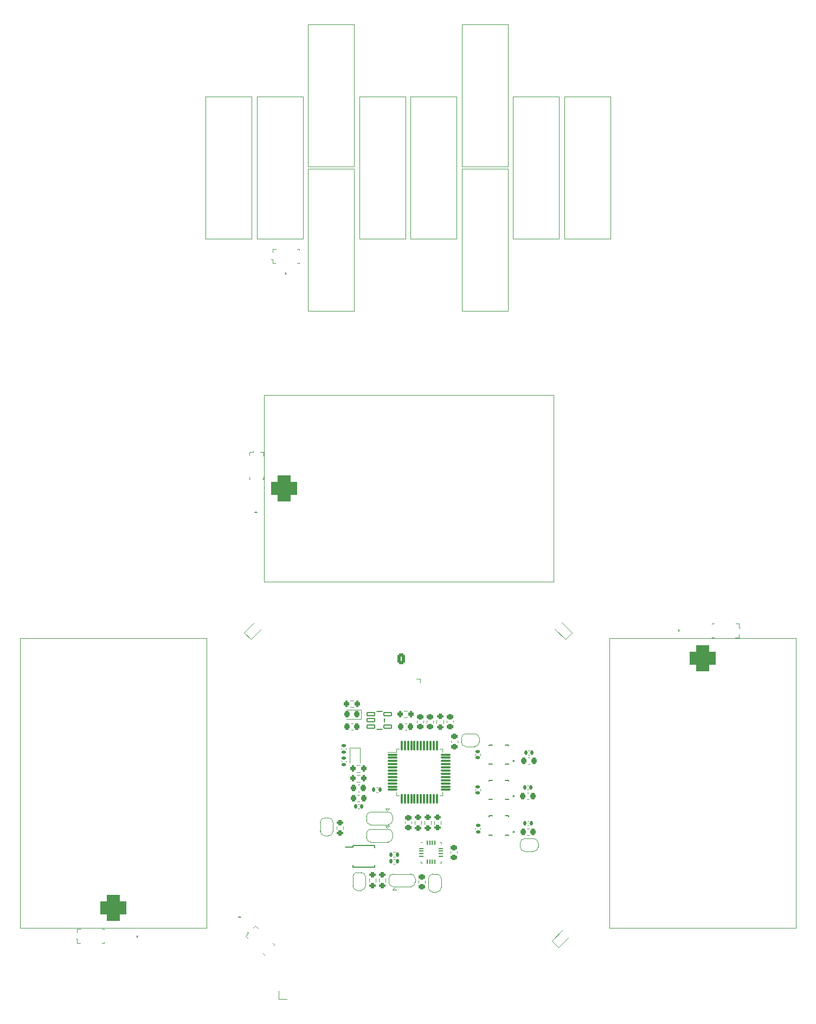
<source format=gto>
G04 #@! TF.GenerationSoftware,KiCad,Pcbnew,(6.0.1)*
G04 #@! TF.CreationDate,2022-11-09T09:08:09-03:00*
G04 #@! TF.ProjectId,PANEL-COMPLETE,50414e45-4c2d-4434-9f4d-504c4554452e,Rev 3*
G04 #@! TF.SameCoordinates,Original*
G04 #@! TF.FileFunction,Legend,Top*
G04 #@! TF.FilePolarity,Positive*
%FSLAX46Y46*%
G04 Gerber Fmt 4.6, Leading zero omitted, Abs format (unit mm)*
G04 Created by KiCad (PCBNEW (6.0.1)) date 2022-11-09 09:08:09*
%MOMM*%
%LPD*%
G01*
G04 APERTURE LIST*
G04 Aperture macros list*
%AMRoundRect*
0 Rectangle with rounded corners*
0 $1 Rounding radius*
0 $2 $3 $4 $5 $6 $7 $8 $9 X,Y pos of 4 corners*
0 Add a 4 corners polygon primitive as box body*
4,1,4,$2,$3,$4,$5,$6,$7,$8,$9,$2,$3,0*
0 Add four circle primitives for the rounded corners*
1,1,$1+$1,$2,$3*
1,1,$1+$1,$4,$5*
1,1,$1+$1,$6,$7*
1,1,$1+$1,$8,$9*
0 Add four rect primitives between the rounded corners*
20,1,$1+$1,$2,$3,$4,$5,0*
20,1,$1+$1,$4,$5,$6,$7,0*
20,1,$1+$1,$6,$7,$8,$9,0*
20,1,$1+$1,$8,$9,$2,$3,0*%
%AMRotRect*
0 Rectangle, with rotation*
0 The origin of the aperture is its center*
0 $1 length*
0 $2 width*
0 $3 Rotation angle, in degrees counterclockwise*
0 Add horizontal line*
21,1,$1,$2,0,0,$3*%
%AMFreePoly0*
4,1,22,0.500000,-0.750000,0.000000,-0.750000,0.000000,-0.745033,-0.079941,-0.743568,-0.215256,-0.701293,-0.333266,-0.622738,-0.424486,-0.514219,-0.481581,-0.384460,-0.499164,-0.250000,-0.500000,-0.250000,-0.500000,0.250000,-0.499164,0.250000,-0.499963,0.256109,-0.478152,0.396186,-0.417904,0.524511,-0.324060,0.630769,-0.204165,0.706417,-0.067858,0.745374,0.000000,0.744959,0.000000,0.750000,
0.500000,0.750000,0.500000,-0.750000,0.500000,-0.750000,$1*%
%AMFreePoly1*
4,1,20,0.000000,0.744959,0.073905,0.744508,0.209726,0.703889,0.328688,0.626782,0.421226,0.519385,0.479903,0.390333,0.500000,0.250000,0.500000,-0.250000,0.499851,-0.262216,0.476331,-0.402017,0.414519,-0.529596,0.319384,-0.634700,0.198574,-0.708877,0.061801,-0.746166,0.000000,-0.745033,0.000000,-0.750000,-0.500000,-0.750000,-0.500000,0.750000,0.000000,0.750000,0.000000,0.744959,
0.000000,0.744959,$1*%
%AMFreePoly2*
4,1,22,0.550000,-0.750000,0.000000,-0.750000,0.000000,-0.745033,-0.079941,-0.743568,-0.215256,-0.701293,-0.333266,-0.622738,-0.424486,-0.514219,-0.481581,-0.384460,-0.499164,-0.250000,-0.500000,-0.250000,-0.500000,0.250000,-0.499164,0.250000,-0.499963,0.256109,-0.478152,0.396186,-0.417904,0.524511,-0.324060,0.630769,-0.204165,0.706417,-0.067858,0.745374,0.000000,0.744959,0.000000,0.750000,
0.550000,0.750000,0.550000,-0.750000,0.550000,-0.750000,$1*%
%AMFreePoly3*
4,1,20,0.000000,0.744959,0.073905,0.744508,0.209726,0.703889,0.328688,0.626782,0.421226,0.519385,0.479903,0.390333,0.500000,0.250000,0.500000,-0.250000,0.499851,-0.262216,0.476331,-0.402017,0.414519,-0.529596,0.319384,-0.634700,0.198574,-0.708877,0.061801,-0.746166,0.000000,-0.745033,0.000000,-0.750000,-0.550000,-0.750000,-0.550000,0.750000,0.000000,0.750000,0.000000,0.744959,
0.000000,0.744959,$1*%
%AMFreePoly4*
4,1,14,0.266715,0.088284,0.363284,-0.008285,0.375000,-0.036569,0.375000,-0.060000,0.363284,-0.088284,0.335000,-0.100000,-0.335000,-0.100000,-0.363284,-0.088284,-0.375000,-0.060000,-0.375000,0.060000,-0.363284,0.088284,-0.335000,0.100000,0.238431,0.100000,0.266715,0.088284,0.266715,0.088284,$1*%
%AMFreePoly5*
4,1,14,0.363284,0.088284,0.375000,0.060000,0.375000,0.036569,0.363284,0.008285,0.266715,-0.088284,0.238431,-0.100000,-0.335000,-0.100000,-0.363284,-0.088284,-0.375000,-0.060000,-0.375000,0.060000,-0.363284,0.088284,-0.335000,0.100000,0.335000,0.100000,0.363284,0.088284,0.363284,0.088284,$1*%
%AMFreePoly6*
4,1,14,0.088284,0.363284,0.100000,0.335000,0.100000,-0.335000,0.088284,-0.363284,0.060000,-0.375000,-0.060000,-0.375000,-0.088284,-0.363284,-0.100000,-0.335000,-0.100000,0.238431,-0.088284,0.266715,0.008285,0.363284,0.036569,0.375000,0.060000,0.375000,0.088284,0.363284,0.088284,0.363284,$1*%
%AMFreePoly7*
4,1,14,-0.008285,0.363284,0.088284,0.266715,0.100000,0.238431,0.100000,-0.335000,0.088284,-0.363284,0.060000,-0.375000,-0.060000,-0.375000,-0.088284,-0.363284,-0.100000,-0.335000,-0.100000,0.335000,-0.088284,0.363284,-0.060000,0.375000,-0.036569,0.375000,-0.008285,0.363284,-0.008285,0.363284,$1*%
%AMFreePoly8*
4,1,14,0.363284,0.088284,0.375000,0.060000,0.375000,-0.060000,0.363284,-0.088284,0.335000,-0.100000,-0.238431,-0.100000,-0.266715,-0.088284,-0.363284,0.008285,-0.375000,0.036569,-0.375000,0.060000,-0.363284,0.088284,-0.335000,0.100000,0.335000,0.100000,0.363284,0.088284,0.363284,0.088284,$1*%
%AMFreePoly9*
4,1,14,0.363284,0.088284,0.375000,0.060000,0.375000,-0.060000,0.363284,-0.088284,0.335000,-0.100000,-0.335000,-0.100000,-0.363284,-0.088284,-0.375000,-0.060000,-0.375000,-0.036569,-0.363284,-0.008285,-0.266715,0.088284,-0.238431,0.100000,0.335000,0.100000,0.363284,0.088284,0.363284,0.088284,$1*%
%AMFreePoly10*
4,1,14,0.088284,0.363284,0.100000,0.335000,0.100000,-0.238431,0.088284,-0.266715,-0.008285,-0.363284,-0.036569,-0.375000,-0.060000,-0.375000,-0.088284,-0.363284,-0.100000,-0.335000,-0.100000,0.335000,-0.088284,0.363284,-0.060000,0.375000,0.060000,0.375000,0.088284,0.363284,0.088284,0.363284,$1*%
%AMFreePoly11*
4,1,14,0.088284,0.363284,0.100000,0.335000,0.100000,-0.335000,0.088284,-0.363284,0.060000,-0.375000,0.036569,-0.375000,0.008285,-0.363284,-0.088284,-0.266715,-0.100000,-0.238431,-0.100000,0.335000,-0.088284,0.363284,-0.060000,0.375000,0.060000,0.375000,0.088284,0.363284,0.088284,0.363284,$1*%
G04 Aperture macros list end*
%ADD10C,0.200000*%
%ADD11C,0.120000*%
%ADD12C,0.100000*%
%ADD13C,0.203200*%
%ADD14C,0.150000*%
%ADD15C,0.250000*%
%ADD16C,0.040481*%
%ADD17C,0.404812*%
%ADD18C,0.010000*%
%ADD19R,0.600000X0.310000*%
%ADD20R,1.500000X1.750000*%
%ADD21R,0.230000X0.825000*%
%ADD22RoundRect,0.225000X0.225000X0.250000X-0.225000X0.250000X-0.225000X-0.250000X0.225000X-0.250000X0*%
%ADD23C,2.200000*%
%ADD24RoundRect,0.200000X0.275000X-0.200000X0.275000X0.200000X-0.275000X0.200000X-0.275000X-0.200000X0*%
%ADD25RoundRect,0.225000X-0.250000X0.225000X-0.250000X-0.225000X0.250000X-0.225000X0.250000X0.225000X0*%
%ADD26C,0.650000*%
%ADD27R,0.600000X2.450000*%
%ADD28R,0.300000X2.450000*%
%ADD29FreePoly0,180.000000*%
%ADD30FreePoly1,180.000000*%
%ADD31R,1.100000X0.600000*%
%ADD32RotRect,1.100000X0.800000X135.000000*%
%ADD33C,0.500000*%
%ADD34RoundRect,0.101600X-0.599440X0.274320X-0.599440X-0.274320X0.599440X-0.274320X0.599440X0.274320X0*%
%ADD35C,4.000000*%
%ADD36RoundRect,1.000000X1.000000X1.000000X-1.000000X1.000000X-1.000000X-1.000000X1.000000X-1.000000X0*%
%ADD37RoundRect,0.218750X0.026517X-0.335876X0.335876X-0.026517X-0.026517X0.335876X-0.335876X0.026517X0*%
%ADD38RoundRect,0.200000X-0.200000X-0.275000X0.200000X-0.275000X0.200000X0.275000X-0.200000X0.275000X0*%
%ADD39FreePoly2,180.000000*%
%ADD40R,1.000000X1.500000*%
%ADD41FreePoly3,180.000000*%
%ADD42FreePoly0,270.000000*%
%ADD43FreePoly1,270.000000*%
%ADD44RoundRect,1.000000X-1.000000X1.000000X-1.000000X-1.000000X1.000000X-1.000000X1.000000X1.000000X0*%
%ADD45RoundRect,0.200000X-0.275000X0.200000X-0.275000X-0.200000X0.275000X-0.200000X0.275000X0.200000X0*%
%ADD46RoundRect,0.140000X-0.140000X-0.170000X0.140000X-0.170000X0.140000X0.170000X-0.140000X0.170000X0*%
%ADD47R,6.000000X2.000000*%
%ADD48C,2.000000*%
%ADD49C,1.600000*%
%ADD50O,1.600000X1.600000*%
%ADD51RoundRect,0.140000X0.170000X-0.140000X0.170000X0.140000X-0.170000X0.140000X-0.170000X-0.140000X0*%
%ADD52C,2.600000*%
%ADD53C,3.800000*%
%ADD54R,0.800000X0.600000*%
%ADD55RoundRect,0.140000X-0.170000X0.140000X-0.170000X-0.140000X0.170000X-0.140000X0.170000X0.140000X0*%
%ADD56RoundRect,1.000000X1.000000X-1.000000X1.000000X1.000000X-1.000000X1.000000X-1.000000X-1.000000X0*%
%ADD57RoundRect,0.075000X-0.662500X-0.075000X0.662500X-0.075000X0.662500X0.075000X-0.662500X0.075000X0*%
%ADD58RoundRect,0.075000X-0.075000X-0.662500X0.075000X-0.662500X0.075000X0.662500X-0.075000X0.662500X0*%
%ADD59RoundRect,0.218750X-0.218750X-0.256250X0.218750X-0.256250X0.218750X0.256250X-0.218750X0.256250X0*%
%ADD60RoundRect,0.350000X0.350000X-0.350000X0.350000X0.350000X-0.350000X0.350000X-0.350000X-0.350000X0*%
%ADD61R,1.100000X0.800000*%
%ADD62R,0.600000X0.800000*%
%ADD63R,1.700000X1.700000*%
%ADD64O,1.700000X1.700000*%
%ADD65RoundRect,0.140000X0.140000X0.170000X-0.140000X0.170000X-0.140000X-0.170000X0.140000X-0.170000X0*%
%ADD66FreePoly2,0.000000*%
%ADD67FreePoly3,0.000000*%
%ADD68RoundRect,0.225000X0.250000X-0.225000X0.250000X0.225000X-0.250000X0.225000X-0.250000X-0.225000X0*%
%ADD69RoundRect,0.218750X0.218750X0.256250X-0.218750X0.256250X-0.218750X-0.256250X0.218750X-0.256250X0*%
%ADD70R,1.400000X0.300000*%
%ADD71RoundRect,0.218750X0.335876X0.026517X0.026517X0.335876X-0.335876X-0.026517X-0.026517X-0.335876X0*%
%ADD72FreePoly4,0.000000*%
%ADD73RoundRect,0.050000X-0.325000X-0.050000X0.325000X-0.050000X0.325000X0.050000X-0.325000X0.050000X0*%
%ADD74FreePoly5,0.000000*%
%ADD75FreePoly6,0.000000*%
%ADD76RoundRect,0.050000X-0.050000X-0.325000X0.050000X-0.325000X0.050000X0.325000X-0.050000X0.325000X0*%
%ADD77FreePoly7,0.000000*%
%ADD78FreePoly8,0.000000*%
%ADD79FreePoly9,0.000000*%
%ADD80FreePoly10,0.000000*%
%ADD81FreePoly11,0.000000*%
%ADD82R,1.750000X1.600000*%
%ADD83R,0.800000X1.100000*%
%ADD84RoundRect,0.135000X0.135000X0.185000X-0.135000X0.185000X-0.135000X-0.185000X0.135000X-0.185000X0*%
%ADD85FreePoly0,90.000000*%
%ADD86FreePoly1,90.000000*%
%ADD87C,0.990600*%
%ADD88C,0.787400*%
%ADD89RoundRect,0.200000X0.200000X0.275000X-0.200000X0.275000X-0.200000X-0.275000X0.200000X-0.275000X0*%
%ADD90RoundRect,0.135000X-0.135000X-0.185000X0.135000X-0.185000X0.135000X0.185000X-0.135000X0.185000X0*%
%ADD91RoundRect,0.225000X-0.225000X-0.250000X0.225000X-0.250000X0.225000X0.250000X-0.225000X0.250000X0*%
%ADD92RoundRect,0.250000X-0.350000X-0.625000X0.350000X-0.625000X0.350000X0.625000X-0.350000X0.625000X0*%
%ADD93O,1.200000X1.750000*%
G04 APERTURE END LIST*
D10*
X216682439Y-176997525D02*
X217182439Y-176997525D01*
X216682439Y-179997525D02*
X216682439Y-179897525D01*
X220382439Y-179497525D02*
X220382439Y-179497525D01*
X219682439Y-176997525D02*
X219182439Y-176997525D01*
X219682439Y-179997525D02*
X219682439Y-179897525D01*
X216682439Y-177097525D02*
X216682439Y-176997525D01*
X219182439Y-179997525D02*
X219682439Y-179997525D01*
X217182439Y-179997525D02*
X216682439Y-179997525D01*
X219682439Y-177097525D02*
X219682439Y-176997525D01*
X220582439Y-179497525D02*
X220582439Y-179497525D01*
X220582439Y-179497525D02*
G75*
G03*
X220382439Y-179497525I-100000J0D01*
G01*
X220382439Y-179497525D02*
G75*
G03*
X220582439Y-179497525I100000J0D01*
G01*
D11*
X223005505Y-173440925D02*
X222724345Y-173440925D01*
X223005505Y-174460925D02*
X222724345Y-174460925D01*
X198947300Y-192820058D02*
X198947300Y-192345542D01*
X197902300Y-192820058D02*
X197902300Y-192345542D01*
X196406380Y-177721800D02*
X196125220Y-177721800D01*
X196406380Y-178741800D02*
X196125220Y-178741800D01*
X211025200Y-167702620D02*
X211025200Y-167983780D01*
X210005200Y-167702620D02*
X210005200Y-167983780D01*
X215120925Y-170425125D02*
X215120925Y-171025125D01*
X214420925Y-171725125D02*
X213020925Y-171725125D01*
X213020925Y-169725125D02*
X214420925Y-169725125D01*
X212320925Y-171025125D02*
X212320925Y-170425125D01*
X212320925Y-171025125D02*
G75*
G03*
X213020925Y-171725125I699999J-1D01*
G01*
X215120925Y-170425125D02*
G75*
G03*
X214420925Y-169725125I-699999J1D01*
G01*
X214420925Y-171725125D02*
G75*
G03*
X215120925Y-171025125I1J699999D01*
G01*
X213020925Y-169725125D02*
G75*
G03*
X212320925Y-170425125I-1J-699999D01*
G01*
X196490551Y-174287325D02*
X196490551Y-171887325D01*
X194890551Y-171887325D02*
X194890551Y-174287325D01*
X196490551Y-171887325D02*
X194890551Y-171887325D01*
X224312725Y-186787925D02*
X224312725Y-187387925D01*
X222212725Y-186087925D02*
X223612725Y-186087925D01*
X223612725Y-188087925D02*
X222212725Y-188087925D01*
X221512725Y-187387925D02*
X221512725Y-186787925D01*
X222212725Y-186087925D02*
G75*
G03*
X221512725Y-186787925I-1J-699999D01*
G01*
X224312725Y-186787925D02*
G75*
G03*
X223612725Y-186087925I-699999J1D01*
G01*
X223612725Y-188087925D02*
G75*
G03*
X224312725Y-187387925I1J699999D01*
G01*
X221512725Y-187387925D02*
G75*
G03*
X222212725Y-188087925I699999J-1D01*
G01*
D12*
X178610658Y-201273693D02*
X178964212Y-201627247D01*
X183065431Y-202758617D02*
X183136142Y-202687907D01*
X183136142Y-202687907D02*
X182888654Y-202440419D01*
X180166293Y-199718058D02*
X180555202Y-200106967D01*
X181333019Y-203996054D02*
X181580507Y-204243542D01*
X180166293Y-199718058D02*
X179812740Y-200071612D01*
X178610658Y-201273693D02*
X179063207Y-200821145D01*
X181580507Y-204243542D02*
X181651217Y-204172831D01*
X179063207Y-200821145D02*
X178921785Y-200679724D01*
D13*
X200326287Y-167369594D02*
X200326287Y-167902994D01*
X199945287Y-169058694D02*
X199086767Y-169058694D01*
X199086767Y-166213894D02*
X199945287Y-166213894D01*
D11*
X226709800Y-146052525D02*
X181509800Y-146052525D01*
X181509800Y-146052525D02*
X181509800Y-116852525D01*
X181509800Y-116852525D02*
X226709800Y-116852525D01*
X226709800Y-116852525D02*
X226709800Y-146052525D01*
X179454070Y-155011177D02*
X181069809Y-153395438D01*
X180030362Y-152355991D02*
X178414623Y-153971730D01*
X178414623Y-153971730D02*
X179454070Y-155011177D01*
X194986169Y-165593394D02*
X195460685Y-165593394D01*
X194986169Y-164548394D02*
X195460685Y-164548394D01*
X201044685Y-181427094D02*
X200444685Y-181427094D01*
X201594685Y-182627094D02*
X201594685Y-183227094D01*
X200744685Y-181727094D02*
X200444685Y-181427094D01*
X197494685Y-183227094D02*
X197494685Y-182627094D01*
X200744685Y-181727094D02*
X201044685Y-181427094D01*
X198144685Y-181927094D02*
X200944685Y-181927094D01*
X200944685Y-183927094D02*
X198144685Y-183927094D01*
X198194685Y-181927094D02*
G75*
G03*
X197494685Y-182627094I-1J-699999D01*
G01*
X201594685Y-182627094D02*
G75*
G03*
X200894685Y-181927094I-699999J1D01*
G01*
X200894685Y-183927094D02*
G75*
G03*
X201594685Y-183227094I1J699999D01*
G01*
X197494685Y-183227094D02*
G75*
G03*
X198194685Y-183927094I699999J-1D01*
G01*
X207878400Y-191618306D02*
X208478400Y-191618306D01*
X207178400Y-193718306D02*
X207178400Y-192318306D01*
X208478400Y-194418306D02*
X207878400Y-194418306D01*
X209178400Y-192318306D02*
X209178400Y-193718306D01*
X207878400Y-191618306D02*
G75*
G03*
X207178400Y-192318306I-1J-699999D01*
G01*
X209178400Y-192318306D02*
G75*
G03*
X208478400Y-191618306I-699999J1D01*
G01*
X208478400Y-194418306D02*
G75*
G03*
X209178400Y-193718306I1J699999D01*
G01*
X207178400Y-193718306D02*
G75*
G03*
X207878400Y-194418306I699999J-1D01*
G01*
X172575175Y-154819000D02*
X143375175Y-154819000D01*
X143375175Y-154819000D02*
X143375175Y-200019000D01*
X143375175Y-200019000D02*
X172575175Y-200019000D01*
X172575175Y-200019000D02*
X172575175Y-154819000D01*
X199426300Y-192345542D02*
X199426300Y-192820058D01*
X200471300Y-192345542D02*
X200471300Y-192820058D01*
X222757089Y-173040925D02*
X222972761Y-173040925D01*
X222757089Y-172320925D02*
X222972761Y-172320925D01*
X211598325Y-70339200D02*
X204398325Y-70339200D01*
X204398325Y-70339200D02*
X204398325Y-92539200D01*
X204398325Y-92539200D02*
X211598325Y-92539200D01*
X211598325Y-92539200D02*
X211598325Y-70339200D01*
X214541525Y-173075161D02*
X214541525Y-172859489D01*
X215261525Y-173075161D02*
X215261525Y-172859489D01*
X212398325Y-81289200D02*
X219598325Y-81289200D01*
X219598325Y-81289200D02*
X219598325Y-59089200D01*
X219598325Y-59089200D02*
X212398325Y-59089200D01*
X212398325Y-59089200D02*
X212398325Y-81289200D01*
D10*
X246260525Y-153443125D02*
X246260525Y-153743125D01*
X217188325Y-185539925D02*
X216688325Y-185539925D01*
X220388325Y-185039925D02*
X220388325Y-185039925D01*
X219688325Y-182539925D02*
X219188325Y-182539925D01*
X216688325Y-185539925D02*
X216688325Y-185439925D01*
X219188325Y-185539925D02*
X219688325Y-185539925D01*
X219688325Y-182639925D02*
X219688325Y-182539925D01*
X216688325Y-182539925D02*
X217188325Y-182539925D01*
X220588325Y-185039925D02*
X220588325Y-185039925D01*
X219688325Y-185539925D02*
X219688325Y-185439925D01*
X216688325Y-182639925D02*
X216688325Y-182539925D01*
X220588325Y-185039925D02*
G75*
G03*
X220388325Y-185039925I-100000J0D01*
G01*
X220388325Y-185039925D02*
G75*
G03*
X220588325Y-185039925I100000J0D01*
G01*
D11*
X207951800Y-167715020D02*
X207951800Y-167996180D01*
X206931800Y-167715020D02*
X206931800Y-167996180D01*
X194335947Y-171991489D02*
X194335947Y-172207161D01*
X193615947Y-171991489D02*
X193615947Y-172207161D01*
X208079825Y-183350236D02*
X208079825Y-183824752D01*
X209124825Y-183350236D02*
X209124825Y-183824752D01*
X235408325Y-200062725D02*
X264608325Y-200062725D01*
X264608325Y-200062725D02*
X264608325Y-154862725D01*
X264608325Y-154862725D02*
X235408325Y-154862725D01*
X235408325Y-154862725D02*
X235408325Y-200062725D01*
X202141125Y-172125325D02*
X202141125Y-172575325D01*
X208911125Y-172125325D02*
X209361125Y-172125325D01*
X202141125Y-172575325D02*
X200851125Y-172575325D01*
X208911125Y-179345325D02*
X209361125Y-179345325D01*
X202141125Y-179345325D02*
X202141125Y-178895325D01*
X209361125Y-179345325D02*
X209361125Y-178895325D01*
X209361125Y-172125325D02*
X209361125Y-172575325D01*
X202591125Y-172125325D02*
X202141125Y-172125325D01*
X202591125Y-179345325D02*
X202141125Y-179345325D01*
X196103021Y-179271200D02*
X196428579Y-179271200D01*
X196103021Y-180291200D02*
X196428579Y-180291200D01*
D12*
X156506600Y-202376800D02*
X156506600Y-202276800D01*
X156506600Y-200276800D02*
X156506600Y-200176800D01*
X156506600Y-200176800D02*
X156156600Y-200176800D01*
X152306600Y-202376800D02*
X152306600Y-201736800D01*
X152306600Y-202376800D02*
X152806600Y-202376800D01*
X152306600Y-200176800D02*
X152856600Y-200176800D01*
X156156600Y-202376800D02*
X156506600Y-202376800D01*
X152306600Y-200176800D02*
X152306600Y-200676800D01*
X152306600Y-201736800D02*
X152106600Y-201736800D01*
D11*
X201594685Y-185319494D02*
X201594685Y-185919494D01*
X197494685Y-185919494D02*
X197494685Y-185319494D01*
X200744685Y-184419494D02*
X201044685Y-184119494D01*
X200944685Y-186619494D02*
X198144685Y-186619494D01*
X201044685Y-184119494D02*
X200444685Y-184119494D01*
X200744685Y-184419494D02*
X200444685Y-184119494D01*
X198144685Y-184619494D02*
X200944685Y-184619494D01*
X197494685Y-185919494D02*
G75*
G03*
X198194685Y-186619494I699999J-1D01*
G01*
X198194685Y-184619494D02*
G75*
G03*
X197494685Y-185319494I-1J-699999D01*
G01*
X200894685Y-186619494D02*
G75*
G03*
X201594685Y-185919494I1J699999D01*
G01*
X201594685Y-185319494D02*
G75*
G03*
X200894685Y-184619494I-699999J1D01*
G01*
D10*
X180090200Y-135200325D02*
X180390200Y-135200325D01*
D11*
X212398325Y-103789200D02*
X219598325Y-103789200D01*
X219598325Y-103789200D02*
X219598325Y-81589200D01*
X219598325Y-81589200D02*
X212398325Y-81589200D01*
X212398325Y-81589200D02*
X212398325Y-103789200D01*
D10*
X216682439Y-174467325D02*
X216682439Y-174367325D01*
X219682439Y-171567325D02*
X219682439Y-171467325D01*
X216682439Y-171567325D02*
X216682439Y-171467325D01*
X217182439Y-174467325D02*
X216682439Y-174467325D01*
X216682439Y-171467325D02*
X217182439Y-171467325D01*
X220382439Y-173967325D02*
X220382439Y-173967325D01*
X219682439Y-171467325D02*
X219182439Y-171467325D01*
X220582439Y-173967325D02*
X220582439Y-173967325D01*
X219682439Y-174467325D02*
X219682439Y-174367325D01*
X219182439Y-174467325D02*
X219682439Y-174467325D01*
X220382439Y-173967325D02*
G75*
G03*
X220582439Y-173967325I100000J0D01*
G01*
X220582439Y-173967325D02*
G75*
G03*
X220382439Y-173967325I-100000J0D01*
G01*
D11*
X194335947Y-174162961D02*
X194335947Y-173947289D01*
X193615947Y-174162961D02*
X193615947Y-173947289D01*
X185106525Y-211155125D02*
X183836525Y-211155125D01*
X183836525Y-211155125D02*
X183836525Y-209885125D01*
X196373636Y-181436600D02*
X196157964Y-181436600D01*
X196373636Y-180716600D02*
X196157964Y-180716600D01*
X191587400Y-185651600D02*
X190987400Y-185651600D01*
X190287400Y-184951600D02*
X190287400Y-183551600D01*
X192287400Y-183551600D02*
X192287400Y-184951600D01*
X190987400Y-182851600D02*
X191587400Y-182851600D01*
X190987400Y-182851600D02*
G75*
G03*
X190287400Y-183551600I-1J-699999D01*
G01*
X191587400Y-185651600D02*
G75*
G03*
X192287400Y-184951600I1J699999D01*
G01*
X192287400Y-183551600D02*
G75*
G03*
X191587400Y-182851600I-699999J1D01*
G01*
X190287400Y-184951600D02*
G75*
G03*
X190987400Y-185651600I699999J-1D01*
G01*
X222853105Y-179947325D02*
X222571945Y-179947325D01*
X222853105Y-178927325D02*
X222571945Y-178927325D01*
D10*
X161722975Y-201482325D02*
X161722975Y-201182325D01*
D11*
X196028542Y-174661300D02*
X196503058Y-174661300D01*
X196028542Y-175706300D02*
X196503058Y-175706300D01*
X206555825Y-183827983D02*
X206555825Y-183353467D01*
X207600825Y-183827983D02*
X207600825Y-183353467D01*
X205031825Y-183827983D02*
X205031825Y-183353467D01*
X206076825Y-183827983D02*
X206076825Y-183353467D01*
X201852425Y-193810480D02*
X202152425Y-194110480D01*
X201852425Y-193810480D02*
X201552425Y-194110480D01*
X201002425Y-192910480D02*
X201002425Y-192310480D01*
X201552425Y-194110480D02*
X202152425Y-194110480D01*
X201652425Y-191610480D02*
X204452425Y-191610480D01*
X204452425Y-193610480D02*
X201652425Y-193610480D01*
X205102425Y-192310480D02*
X205102425Y-192910480D01*
X205102425Y-192310480D02*
G75*
G03*
X204402425Y-191610480I-699999J1D01*
G01*
X204402425Y-193610480D02*
G75*
G03*
X205102425Y-192910480I1J699999D01*
G01*
X201702425Y-191610480D02*
G75*
G03*
X201002425Y-192310480I-1J-699999D01*
G01*
X201002425Y-192910480D02*
G75*
G03*
X201702425Y-193610480I699999J-1D01*
G01*
X195598325Y-59089200D02*
X188398325Y-59089200D01*
X188398325Y-59089200D02*
X188398325Y-81289200D01*
X188398325Y-81289200D02*
X195598325Y-81289200D01*
X195598325Y-81289200D02*
X195598325Y-59089200D01*
X228398325Y-92539200D02*
X235598325Y-92539200D01*
X235598325Y-92539200D02*
X235598325Y-70339200D01*
X235598325Y-70339200D02*
X228398325Y-70339200D01*
X228398325Y-70339200D02*
X228398325Y-92539200D01*
X179598325Y-70339200D02*
X172398325Y-70339200D01*
X172398325Y-70339200D02*
X172398325Y-92539200D01*
X172398325Y-92539200D02*
X179598325Y-92539200D01*
X179598325Y-92539200D02*
X179598325Y-70339200D01*
D10*
X184927525Y-97741600D02*
X184927525Y-98041600D01*
D11*
X222627089Y-184069725D02*
X222842761Y-184069725D01*
X222627089Y-183349725D02*
X222842761Y-183349725D01*
D12*
X255668325Y-154748650D02*
X255668325Y-154248650D01*
X255668325Y-152548650D02*
X255668325Y-153188650D01*
X255668325Y-152548650D02*
X255168325Y-152548650D01*
X255668325Y-153188650D02*
X255868325Y-153188650D01*
X251818325Y-152548650D02*
X251468325Y-152548650D01*
X251468325Y-154648650D02*
X251468325Y-154748650D01*
X251468325Y-152548650D02*
X251468325Y-152648650D01*
X255668325Y-154748650D02*
X255118325Y-154748650D01*
X251468325Y-154748650D02*
X251818325Y-154748650D01*
D11*
X204548200Y-183450620D02*
X204548200Y-183731780D01*
X203528200Y-183450620D02*
X203528200Y-183731780D01*
X206427800Y-167996180D02*
X206427800Y-167715020D01*
X205407800Y-167996180D02*
X205407800Y-167715020D01*
X195598325Y-81589200D02*
X188398325Y-81589200D01*
X188398325Y-81589200D02*
X188398325Y-103789200D01*
X188398325Y-103789200D02*
X195598325Y-103789200D01*
X195598325Y-103789200D02*
X195598325Y-81589200D01*
X196708427Y-167431494D02*
X196708427Y-165961494D01*
X194423427Y-167431494D02*
X196708427Y-167431494D01*
X196708427Y-165961494D02*
X194423427Y-165961494D01*
D14*
X195431285Y-187195694D02*
X198781285Y-187195694D01*
X195431285Y-187195694D02*
X195431285Y-187420694D01*
X195431285Y-190545694D02*
X195431285Y-190245694D01*
X198781285Y-190545694D02*
X198781285Y-190245694D01*
X195431285Y-190545694D02*
X198781285Y-190545694D01*
X195431285Y-187420694D02*
X194206285Y-187420694D01*
X198781285Y-187195694D02*
X198781285Y-187495694D01*
D11*
X192822300Y-184666658D02*
X192822300Y-184192142D01*
X193867300Y-184666658D02*
X193867300Y-184192142D01*
X206648525Y-192977380D02*
X206648525Y-192696220D01*
X205628525Y-192977380D02*
X205628525Y-192696220D01*
X209513700Y-167618342D02*
X209513700Y-168092858D01*
X208468700Y-167618342D02*
X208468700Y-168092858D01*
X210637393Y-188098820D02*
X210637393Y-188379980D01*
X211657393Y-188098820D02*
X211657393Y-188379980D01*
X229585577Y-153971730D02*
X227969838Y-152355991D01*
X226930391Y-153395438D02*
X228546130Y-155011177D01*
X228546130Y-155011177D02*
X229585577Y-153971730D01*
X180398325Y-92539200D02*
X187598325Y-92539200D01*
X187598325Y-92539200D02*
X187598325Y-70339200D01*
X187598325Y-70339200D02*
X180398325Y-70339200D01*
X180398325Y-70339200D02*
X180398325Y-92539200D01*
X206234200Y-189849400D02*
X205984200Y-189849400D01*
X209204200Y-186629400D02*
X209204200Y-186879400D01*
X205984200Y-189849400D02*
X205984200Y-189599400D01*
X209204200Y-189849400D02*
X209204200Y-189599400D01*
X208954200Y-186629400D02*
X209204200Y-186629400D01*
X208954200Y-189849400D02*
X209204200Y-189849400D01*
X206234200Y-186629400D02*
X205984200Y-186629400D01*
X227598325Y-70339200D02*
X220398325Y-70339200D01*
X220398325Y-70339200D02*
X220398325Y-92539200D01*
X220398325Y-92539200D02*
X227598325Y-92539200D01*
X227598325Y-92539200D02*
X227598325Y-70339200D01*
D12*
X181295725Y-129992525D02*
X181395725Y-129992525D01*
X179835725Y-125792525D02*
X179835725Y-125592525D01*
X179195725Y-129992525D02*
X179295725Y-129992525D01*
X181395725Y-125792525D02*
X181395725Y-126342525D01*
X181395725Y-129992525D02*
X181395725Y-129642525D01*
X179195725Y-129642525D02*
X179195725Y-129992525D01*
X181395725Y-125792525D02*
X180895725Y-125792525D01*
X179195725Y-125792525D02*
X179195725Y-126292525D01*
X179195725Y-125792525D02*
X179835725Y-125792525D01*
D11*
X201967543Y-188185894D02*
X201660261Y-188185894D01*
X201967543Y-188945894D02*
X201660261Y-188945894D01*
X197367400Y-192060600D02*
X197367400Y-193460600D01*
X195367400Y-193460600D02*
X195367400Y-192060600D01*
X196667400Y-194160600D02*
X196067400Y-194160600D01*
X196067400Y-191360600D02*
X196667400Y-191360600D01*
X196667400Y-194160600D02*
G75*
G03*
X197367400Y-193460600I1J699999D01*
G01*
X197367400Y-192060600D02*
G75*
G03*
X196667400Y-191360600I-699999J1D01*
G01*
X195367400Y-193460600D02*
G75*
G03*
X196067400Y-194160600I699999J-1D01*
G01*
X196067400Y-191360600D02*
G75*
G03*
X195367400Y-192060600I-1J-699999D01*
G01*
X203771407Y-169111494D02*
X203490247Y-169111494D01*
X203771407Y-168091494D02*
X203490247Y-168091494D01*
X227483517Y-203067977D02*
X229099256Y-201452238D01*
X226444070Y-202028530D02*
X227483517Y-203067977D01*
X228059809Y-200412791D02*
X226444070Y-202028530D01*
X211761800Y-171082580D02*
X211761800Y-170801420D01*
X210741800Y-171082580D02*
X210741800Y-170801420D01*
X196398325Y-92539200D02*
X203598325Y-92539200D01*
X203598325Y-92539200D02*
X203598325Y-70339200D01*
X203598325Y-70339200D02*
X196398325Y-70339200D01*
X196398325Y-70339200D02*
X196398325Y-92539200D01*
X205903325Y-161137125D02*
X205903325Y-161772125D01*
X205268325Y-161137125D02*
X205903325Y-161137125D01*
X222604689Y-177731125D02*
X222820361Y-177731125D01*
X222604689Y-178451125D02*
X222820361Y-178451125D01*
X215261525Y-178605361D02*
X215261525Y-178389689D01*
X214541525Y-178605361D02*
X214541525Y-178389689D01*
X203393569Y-166173994D02*
X203868085Y-166173994D01*
X203393569Y-167218994D02*
X203868085Y-167218994D01*
X196503058Y-176185300D02*
X196028542Y-176185300D01*
X196503058Y-177230300D02*
X196028542Y-177230300D01*
D12*
X182827525Y-96350600D02*
X182827525Y-95710600D01*
X187027525Y-94250600D02*
X187027525Y-94150600D01*
X182827525Y-96350600D02*
X183327525Y-96350600D01*
X186677525Y-96350600D02*
X187027525Y-96350600D01*
X182827525Y-94150600D02*
X182827525Y-94650600D01*
X187027525Y-94150600D02*
X186677525Y-94150600D01*
X182827525Y-94150600D02*
X183377525Y-94150600D01*
X187027525Y-96350600D02*
X187027525Y-96250600D01*
X182827525Y-95710600D02*
X182627525Y-95710600D01*
D11*
X214554725Y-184650561D02*
X214554725Y-184434889D01*
X215274725Y-184650561D02*
X215274725Y-184434889D01*
D10*
X177873800Y-198374000D02*
X177573800Y-198374000D01*
D11*
X222875505Y-185540525D02*
X222594345Y-185540525D01*
X222875505Y-184520525D02*
X222594345Y-184520525D01*
X201967543Y-190038094D02*
X201660261Y-190038094D01*
X201967543Y-189278094D02*
X201660261Y-189278094D01*
X198997884Y-178862094D02*
X199305166Y-178862094D01*
X198997884Y-178102094D02*
X199305166Y-178102094D01*
X195108247Y-168091494D02*
X195389407Y-168091494D01*
X195108247Y-169111494D02*
X195389407Y-169111494D01*
%LPC*%
D15*
X188974515Y-239034580D02*
X188498324Y-239034580D01*
X188498324Y-238034580D01*
X189307848Y-239034580D02*
X189307848Y-238367914D01*
X189307848Y-238034580D02*
X189260229Y-238082200D01*
X189307848Y-238129819D01*
X189355467Y-238082200D01*
X189307848Y-238034580D01*
X189307848Y-238129819D01*
X190212610Y-238986961D02*
X190117372Y-239034580D01*
X189926896Y-239034580D01*
X189831658Y-238986961D01*
X189784039Y-238939342D01*
X189736420Y-238844104D01*
X189736420Y-238558390D01*
X189784039Y-238463152D01*
X189831658Y-238415533D01*
X189926896Y-238367914D01*
X190117372Y-238367914D01*
X190212610Y-238415533D01*
X191022134Y-238986961D02*
X190926896Y-239034580D01*
X190736420Y-239034580D01*
X190641182Y-238986961D01*
X190593563Y-238891723D01*
X190593563Y-238510771D01*
X190641182Y-238415533D01*
X190736420Y-238367914D01*
X190926896Y-238367914D01*
X191022134Y-238415533D01*
X191069753Y-238510771D01*
X191069753Y-238606009D01*
X190593563Y-238701247D01*
X191498324Y-238367914D02*
X191498324Y-239034580D01*
X191498324Y-238463152D02*
X191545944Y-238415533D01*
X191641182Y-238367914D01*
X191784039Y-238367914D01*
X191879277Y-238415533D01*
X191926896Y-238510771D01*
X191926896Y-239034580D01*
X192355467Y-238986961D02*
X192450705Y-239034580D01*
X192641182Y-239034580D01*
X192736420Y-238986961D01*
X192784039Y-238891723D01*
X192784039Y-238844104D01*
X192736420Y-238748866D01*
X192641182Y-238701247D01*
X192498324Y-238701247D01*
X192403086Y-238653628D01*
X192355467Y-238558390D01*
X192355467Y-238510771D01*
X192403086Y-238415533D01*
X192498324Y-238367914D01*
X192641182Y-238367914D01*
X192736420Y-238415533D01*
X193593563Y-238986961D02*
X193498324Y-239034580D01*
X193307848Y-239034580D01*
X193212610Y-238986961D01*
X193164991Y-238891723D01*
X193164991Y-238510771D01*
X193212610Y-238415533D01*
X193307848Y-238367914D01*
X193498324Y-238367914D01*
X193593563Y-238415533D01*
X193641182Y-238510771D01*
X193641182Y-238606009D01*
X193164991Y-238701247D01*
X194498325Y-239034580D02*
X194498325Y-238034580D01*
X194498325Y-238986961D02*
X194403086Y-239034580D01*
X194212610Y-239034580D01*
X194117372Y-238986961D01*
X194069753Y-238939342D01*
X194022134Y-238844104D01*
X194022134Y-238558390D01*
X194069753Y-238463152D01*
X194117372Y-238415533D01*
X194212610Y-238367914D01*
X194403086Y-238367914D01*
X194498325Y-238415533D01*
X196164991Y-238367914D02*
X196164991Y-239034580D01*
X195736420Y-238367914D02*
X195736420Y-238891723D01*
X195784039Y-238986961D01*
X195879277Y-239034580D01*
X196022134Y-239034580D01*
X196117372Y-238986961D01*
X196164991Y-238939342D01*
X196641182Y-238367914D02*
X196641182Y-239034580D01*
X196641182Y-238463152D02*
X196688801Y-238415533D01*
X196784039Y-238367914D01*
X196926896Y-238367914D01*
X197022134Y-238415533D01*
X197069753Y-238510771D01*
X197069753Y-239034580D01*
X197974515Y-239034580D02*
X197974515Y-238034580D01*
X197974515Y-238986961D02*
X197879277Y-239034580D01*
X197688801Y-239034580D01*
X197593563Y-238986961D01*
X197545944Y-238939342D01*
X197498325Y-238844104D01*
X197498325Y-238558390D01*
X197545944Y-238463152D01*
X197593563Y-238415533D01*
X197688801Y-238367914D01*
X197879277Y-238367914D01*
X197974515Y-238415533D01*
X198831658Y-238986961D02*
X198736420Y-239034580D01*
X198545944Y-239034580D01*
X198450705Y-238986961D01*
X198403086Y-238891723D01*
X198403086Y-238510771D01*
X198450705Y-238415533D01*
X198545944Y-238367914D01*
X198736420Y-238367914D01*
X198831658Y-238415533D01*
X198879277Y-238510771D01*
X198879277Y-238606009D01*
X198403086Y-238701247D01*
X199307848Y-239034580D02*
X199307848Y-238367914D01*
X199307848Y-238558390D02*
X199355467Y-238463152D01*
X199403086Y-238415533D01*
X199498325Y-238367914D01*
X199593563Y-238367914D01*
X201260229Y-238939342D02*
X201212610Y-238986961D01*
X201069753Y-239034580D01*
X200974515Y-239034580D01*
X200831658Y-238986961D01*
X200736420Y-238891723D01*
X200688801Y-238796485D01*
X200641182Y-238606009D01*
X200641182Y-238463152D01*
X200688801Y-238272676D01*
X200736420Y-238177438D01*
X200831658Y-238082200D01*
X200974515Y-238034580D01*
X201069753Y-238034580D01*
X201212610Y-238082200D01*
X201260229Y-238129819D01*
X201688801Y-238510771D02*
X202022134Y-238510771D01*
X202164991Y-239034580D02*
X201688801Y-239034580D01*
X201688801Y-238034580D01*
X202164991Y-238034580D01*
X203164991Y-239034580D02*
X202831658Y-238558390D01*
X202593563Y-239034580D02*
X202593563Y-238034580D01*
X202974515Y-238034580D01*
X203069753Y-238082200D01*
X203117372Y-238129819D01*
X203164991Y-238225057D01*
X203164991Y-238367914D01*
X203117372Y-238463152D01*
X203069753Y-238510771D01*
X202974515Y-238558390D01*
X202593563Y-238558390D01*
X203593563Y-239034580D02*
X203593563Y-238034580D01*
X204164991Y-239034580D01*
X204164991Y-238034580D01*
X204641182Y-238653628D02*
X205403086Y-238653628D01*
X206069753Y-238034580D02*
X206260229Y-238034580D01*
X206355467Y-238082200D01*
X206450705Y-238177438D01*
X206498325Y-238367914D01*
X206498325Y-238701247D01*
X206450705Y-238891723D01*
X206355467Y-238986961D01*
X206260229Y-239034580D01*
X206069753Y-239034580D01*
X205974515Y-238986961D01*
X205879277Y-238891723D01*
X205831658Y-238701247D01*
X205831658Y-238367914D01*
X205879277Y-238177438D01*
X205974515Y-238082200D01*
X206069753Y-238034580D01*
X206926896Y-239034580D02*
X206926896Y-238034580D01*
X206926896Y-238510771D02*
X207498325Y-238510771D01*
X207498325Y-239034580D02*
X207498325Y-238034580D01*
X208450705Y-239034580D02*
X207974515Y-239034580D01*
X207974515Y-238034580D01*
X208784039Y-238653628D02*
X209545944Y-238653628D01*
X209974515Y-238986961D02*
X210117372Y-239034580D01*
X210355467Y-239034580D01*
X210450705Y-238986961D01*
X210498325Y-238939342D01*
X210545944Y-238844104D01*
X210545944Y-238748866D01*
X210498325Y-238653628D01*
X210450705Y-238606009D01*
X210355467Y-238558390D01*
X210164991Y-238510771D01*
X210069753Y-238463152D01*
X210022134Y-238415533D01*
X209974515Y-238320295D01*
X209974515Y-238225057D01*
X210022134Y-238129819D01*
X210069753Y-238082200D01*
X210164991Y-238034580D01*
X210403086Y-238034580D01*
X210545944Y-238082200D01*
X211641182Y-238367914D02*
X211879277Y-239034580D01*
X212117372Y-238367914D01*
X212450705Y-238129819D02*
X212498325Y-238082200D01*
X212593563Y-238034580D01*
X212831658Y-238034580D01*
X212926896Y-238082200D01*
X212974515Y-238129819D01*
X213022134Y-238225057D01*
X213022134Y-238320295D01*
X212974515Y-238463152D01*
X212403086Y-239034580D01*
X213022134Y-239034580D01*
X214355467Y-239034580D02*
X214260229Y-238986961D01*
X214212610Y-238939342D01*
X214164991Y-238844104D01*
X214164991Y-238558390D01*
X214212610Y-238463152D01*
X214260229Y-238415533D01*
X214355467Y-238367914D01*
X214498324Y-238367914D01*
X214593563Y-238415533D01*
X214641182Y-238463152D01*
X214688801Y-238558390D01*
X214688801Y-238844104D01*
X214641182Y-238939342D01*
X214593563Y-238986961D01*
X214498324Y-239034580D01*
X214355467Y-239034580D01*
X215117372Y-239034580D02*
X215117372Y-238367914D01*
X215117372Y-238558390D02*
X215164991Y-238463152D01*
X215212610Y-238415533D01*
X215307848Y-238367914D01*
X215403086Y-238367914D01*
X216641182Y-239034580D02*
X216545944Y-238986961D01*
X216498324Y-238891723D01*
X216498324Y-238034580D01*
X217450705Y-239034580D02*
X217450705Y-238510771D01*
X217403086Y-238415533D01*
X217307848Y-238367914D01*
X217117372Y-238367914D01*
X217022134Y-238415533D01*
X217450705Y-238986961D02*
X217355467Y-239034580D01*
X217117372Y-239034580D01*
X217022134Y-238986961D01*
X216974515Y-238891723D01*
X216974515Y-238796485D01*
X217022134Y-238701247D01*
X217117372Y-238653628D01*
X217355467Y-238653628D01*
X217450705Y-238606009D01*
X217784039Y-238367914D02*
X218164991Y-238367914D01*
X217926896Y-238034580D02*
X217926896Y-238891723D01*
X217974515Y-238986961D01*
X218069753Y-239034580D01*
X218164991Y-239034580D01*
X218879277Y-238986961D02*
X218784039Y-239034580D01*
X218593563Y-239034580D01*
X218498324Y-238986961D01*
X218450705Y-238891723D01*
X218450705Y-238510771D01*
X218498324Y-238415533D01*
X218593563Y-238367914D01*
X218784039Y-238367914D01*
X218879277Y-238415533D01*
X218926896Y-238510771D01*
X218926896Y-238606009D01*
X218450705Y-238701247D01*
X219355467Y-239034580D02*
X219355467Y-238367914D01*
X219355467Y-238558390D02*
X219403086Y-238463152D01*
X219450705Y-238415533D01*
X219545944Y-238367914D01*
X219641182Y-238367914D01*
D16*
X173752413Y-57374167D02*
X173752413Y-57518281D01*
X173752413Y-57518281D02*
X173608300Y-57518281D01*
X173608300Y-57518281D02*
X173608300Y-57374167D01*
X173608300Y-57374167D02*
X173752413Y-57374167D01*
X173752413Y-57374167D02*
X173752413Y-57374167D01*
G36*
X173752413Y-57518281D02*
G01*
X173608300Y-57518281D01*
X173608300Y-57374167D01*
X173752413Y-57374167D01*
X173752413Y-57518281D01*
G37*
X173752413Y-57518281D02*
X173608300Y-57518281D01*
X173608300Y-57374167D01*
X173752413Y-57374167D01*
X173752413Y-57518281D01*
D17*
X231725813Y-197838443D02*
X231689739Y-197872840D01*
D18*
X203991370Y-235182837D02*
X203919302Y-235182822D01*
X203919302Y-235182822D02*
X203470569Y-235182822D01*
X203470569Y-235182822D02*
X203447991Y-235170639D01*
X203447991Y-235170639D02*
X203429867Y-235158986D01*
X203429867Y-235158986D02*
X203413343Y-235145430D01*
X203413343Y-235145430D02*
X203410338Y-235142417D01*
X203410338Y-235142417D02*
X203405249Y-235134959D01*
X203405249Y-235134959D02*
X203395231Y-235118386D01*
X203395231Y-235118386D02*
X203380738Y-235093507D01*
X203380738Y-235093507D02*
X203362225Y-235061127D01*
X203362225Y-235061127D02*
X203340145Y-235022056D01*
X203340145Y-235022056D02*
X203314954Y-234977102D01*
X203314954Y-234977102D02*
X203287106Y-234927071D01*
X203287106Y-234927071D02*
X203257054Y-234872772D01*
X203257054Y-234872772D02*
X203225254Y-234815012D01*
X203225254Y-234815012D02*
X203192159Y-234754599D01*
X203192159Y-234754599D02*
X203190204Y-234751022D01*
X203190204Y-234751022D02*
X202985147Y-234375667D01*
X202985147Y-234375667D02*
X202985147Y-234333333D01*
X202985147Y-234333333D02*
X202986931Y-234300954D01*
X202986931Y-234300954D02*
X202992197Y-234278267D01*
X202992197Y-234278267D02*
X202994118Y-234274067D01*
X202994118Y-234274067D02*
X202998468Y-234266189D01*
X202998468Y-234266189D02*
X203007869Y-234249404D01*
X203007869Y-234249404D02*
X203021805Y-234224624D01*
X203021805Y-234224624D02*
X203039762Y-234192762D01*
X203039762Y-234192762D02*
X203061223Y-234154732D01*
X203061223Y-234154732D02*
X203085674Y-234111447D01*
X203085674Y-234111447D02*
X203112600Y-234063820D01*
X203112600Y-234063820D02*
X203141484Y-234012764D01*
X203141484Y-234012764D02*
X203170507Y-233961496D01*
X203170507Y-233961496D02*
X203200469Y-233908556D01*
X203200469Y-233908556D02*
X203228713Y-233858592D01*
X203228713Y-233858592D02*
X203254758Y-233812459D01*
X203254758Y-233812459D02*
X203278123Y-233771011D01*
X203278123Y-233771011D02*
X203298327Y-233735103D01*
X203298327Y-233735103D02*
X203314890Y-233705589D01*
X203314890Y-233705589D02*
X203327331Y-233683323D01*
X203327331Y-233683323D02*
X203335170Y-233669160D01*
X203335170Y-233669160D02*
X203337924Y-233663954D01*
X203337924Y-233663954D02*
X203337925Y-233663950D01*
X203337925Y-233663950D02*
X203332488Y-233663474D01*
X203332488Y-233663474D02*
X203317009Y-233662955D01*
X203317009Y-233662955D02*
X203292735Y-233662414D01*
X203292735Y-233662414D02*
X203260911Y-233661871D01*
X203260911Y-233661871D02*
X203222785Y-233661349D01*
X203222785Y-233661349D02*
X203179603Y-233660868D01*
X203179603Y-233660868D02*
X203132611Y-233660449D01*
X203132611Y-233660449D02*
X203130491Y-233660432D01*
X203130491Y-233660432D02*
X203073451Y-233659958D01*
X203073451Y-233659958D02*
X203026511Y-233659385D01*
X203026511Y-233659385D02*
X202988483Y-233658532D01*
X202988483Y-233658532D02*
X202958177Y-233657220D01*
X202958177Y-233657220D02*
X202934406Y-233655267D01*
X202934406Y-233655267D02*
X202915980Y-233652492D01*
X202915980Y-233652492D02*
X202901711Y-233648715D01*
X202901711Y-233648715D02*
X202890411Y-233643756D01*
X202890411Y-233643756D02*
X202880891Y-233637433D01*
X202880891Y-233637433D02*
X202871963Y-233629567D01*
X202871963Y-233629567D02*
X202862437Y-233619976D01*
X202862437Y-233619976D02*
X202862118Y-233619647D01*
X202862118Y-233619647D02*
X202856774Y-233612388D01*
X202856774Y-233612388D02*
X202846165Y-233596422D01*
X202846165Y-233596422D02*
X202830875Y-233572698D01*
X202830875Y-233572698D02*
X202811487Y-233542164D01*
X202811487Y-233542164D02*
X202788585Y-233505771D01*
X202788585Y-233505771D02*
X202762753Y-233464465D01*
X202762753Y-233464465D02*
X202734575Y-233419196D01*
X202734575Y-233419196D02*
X202704634Y-233370913D01*
X202704634Y-233370913D02*
X202673514Y-233320564D01*
X202673514Y-233320564D02*
X202641799Y-233269099D01*
X202641799Y-233269099D02*
X202610073Y-233217466D01*
X202610073Y-233217466D02*
X202578919Y-233166613D01*
X202578919Y-233166613D02*
X202548921Y-233117490D01*
X202548921Y-233117490D02*
X202520663Y-233071045D01*
X202520663Y-233071045D02*
X202494728Y-233028227D01*
X202494728Y-233028227D02*
X202471701Y-232989985D01*
X202471701Y-232989985D02*
X202452164Y-232957267D01*
X202452164Y-232957267D02*
X202436702Y-232931023D01*
X202436702Y-232931023D02*
X202425899Y-232912201D01*
X202425899Y-232912201D02*
X202420338Y-232901750D01*
X202420338Y-232901750D02*
X202420108Y-232901237D01*
X202420108Y-232901237D02*
X202414019Y-232877820D01*
X202414019Y-232877820D02*
X202412306Y-232849273D01*
X202412306Y-232849273D02*
X202414837Y-232820561D01*
X202414837Y-232820561D02*
X202421482Y-232796653D01*
X202421482Y-232796653D02*
X202422929Y-232793586D01*
X202422929Y-232793586D02*
X202426960Y-232786377D01*
X202426960Y-232786377D02*
X202436363Y-232769969D01*
X202436363Y-232769969D02*
X202450816Y-232744915D01*
X202450816Y-232744915D02*
X202470000Y-232711765D01*
X202470000Y-232711765D02*
X202493593Y-232671071D01*
X202493593Y-232671071D02*
X202521276Y-232623384D01*
X202521276Y-232623384D02*
X202552728Y-232569255D01*
X202552728Y-232569255D02*
X202587629Y-232509235D01*
X202587629Y-232509235D02*
X202625658Y-232443876D01*
X202625658Y-232443876D02*
X202666494Y-232373728D01*
X202666494Y-232373728D02*
X202709818Y-232299343D01*
X202709818Y-232299343D02*
X202755308Y-232221273D01*
X202755308Y-232221273D02*
X202802645Y-232140067D01*
X202802645Y-232140067D02*
X202851508Y-232056279D01*
X202851508Y-232056279D02*
X202863311Y-232036044D01*
X202863311Y-232036044D02*
X203293000Y-231299444D01*
X203293000Y-231299444D02*
X203074162Y-231296622D01*
X203074162Y-231296622D02*
X203018567Y-231295883D01*
X203018567Y-231295883D02*
X202973101Y-231295193D01*
X202973101Y-231295193D02*
X202936605Y-231294479D01*
X202936605Y-231294479D02*
X202907920Y-231293670D01*
X202907920Y-231293670D02*
X202885887Y-231292693D01*
X202885887Y-231292693D02*
X202869346Y-231291477D01*
X202869346Y-231291477D02*
X202857139Y-231289949D01*
X202857139Y-231289949D02*
X202848106Y-231288037D01*
X202848106Y-231288037D02*
X202841088Y-231285669D01*
X202841088Y-231285669D02*
X202834927Y-231282774D01*
X202834927Y-231282774D02*
X202832747Y-231281617D01*
X202832747Y-231281617D02*
X202814725Y-231269985D01*
X202814725Y-231269985D02*
X202798398Y-231256446D01*
X202798398Y-231256446D02*
X202795408Y-231253395D01*
X202795408Y-231253395D02*
X202790133Y-231245975D01*
X202790133Y-231245975D02*
X202779607Y-231229653D01*
X202779607Y-231229653D02*
X202764324Y-231205243D01*
X202764324Y-231205243D02*
X202744781Y-231173559D01*
X202744781Y-231173559D02*
X202721472Y-231135414D01*
X202721472Y-231135414D02*
X202694895Y-231091623D01*
X202694895Y-231091623D02*
X202665544Y-231042999D01*
X202665544Y-231042999D02*
X202633916Y-230990356D01*
X202633916Y-230990356D02*
X202600506Y-230934508D01*
X202600506Y-230934508D02*
X202572452Y-230887435D01*
X202572452Y-230887435D02*
X202364258Y-230537515D01*
X202364258Y-230537515D02*
X202364258Y-230495146D01*
X202364258Y-230495146D02*
X202364962Y-230470668D01*
X202364962Y-230470668D02*
X202367883Y-230452295D01*
X202367883Y-230452295D02*
X202374228Y-230434887D01*
X202374228Y-230434887D02*
X202382208Y-230418911D01*
X202382208Y-230418911D02*
X202424524Y-230339142D01*
X202424524Y-230339142D02*
X202469178Y-230255093D01*
X202469178Y-230255093D02*
X202515899Y-230167265D01*
X202515899Y-230167265D02*
X202564420Y-230076159D01*
X202564420Y-230076159D02*
X202614469Y-229982279D01*
X202614469Y-229982279D02*
X202665779Y-229886125D01*
X202665779Y-229886125D02*
X202718079Y-229788198D01*
X202718079Y-229788198D02*
X202771099Y-229689001D01*
X202771099Y-229689001D02*
X202824571Y-229589034D01*
X202824571Y-229589034D02*
X202878225Y-229488800D01*
X202878225Y-229488800D02*
X202931791Y-229388801D01*
X202931791Y-229388801D02*
X202985000Y-229289537D01*
X202985000Y-229289537D02*
X203037582Y-229191510D01*
X203037582Y-229191510D02*
X203089268Y-229095222D01*
X203089268Y-229095222D02*
X203139788Y-229001175D01*
X203139788Y-229001175D02*
X203188874Y-228909870D01*
X203188874Y-228909870D02*
X203236254Y-228821808D01*
X203236254Y-228821808D02*
X203281661Y-228737492D01*
X203281661Y-228737492D02*
X203324824Y-228657423D01*
X203324824Y-228657423D02*
X203365474Y-228582102D01*
X203365474Y-228582102D02*
X203403342Y-228512031D01*
X203403342Y-228512031D02*
X203438158Y-228447712D01*
X203438158Y-228447712D02*
X203469652Y-228389646D01*
X203469652Y-228389646D02*
X203497555Y-228338335D01*
X203497555Y-228338335D02*
X203521597Y-228294280D01*
X203521597Y-228294280D02*
X203541510Y-228257984D01*
X203541510Y-228257984D02*
X203557023Y-228229947D01*
X203557023Y-228229947D02*
X203567867Y-228210671D01*
X203567867Y-228210671D02*
X203573773Y-228200658D01*
X203573773Y-228200658D02*
X203574680Y-228199371D01*
X203574680Y-228199371D02*
X203580990Y-228192487D01*
X203580990Y-228192487D02*
X203586503Y-228186481D01*
X203586503Y-228186481D02*
X203591988Y-228181291D01*
X203591988Y-228181291D02*
X203598217Y-228176857D01*
X203598217Y-228176857D02*
X203605961Y-228173116D01*
X203605961Y-228173116D02*
X203615990Y-228170007D01*
X203615990Y-228170007D02*
X203629076Y-228167470D01*
X203629076Y-228167470D02*
X203645988Y-228165444D01*
X203645988Y-228165444D02*
X203667498Y-228163866D01*
X203667498Y-228163866D02*
X203694377Y-228162677D01*
X203694377Y-228162677D02*
X203727395Y-228161814D01*
X203727395Y-228161814D02*
X203767323Y-228161217D01*
X203767323Y-228161217D02*
X203814932Y-228160824D01*
X203814932Y-228160824D02*
X203870993Y-228160574D01*
X203870993Y-228160574D02*
X203936277Y-228160406D01*
X203936277Y-228160406D02*
X204011553Y-228160259D01*
X204011553Y-228160259D02*
X204068880Y-228160139D01*
X204068880Y-228160139D02*
X204138697Y-228160037D01*
X204138697Y-228160037D02*
X204205459Y-228160047D01*
X204205459Y-228160047D02*
X204268275Y-228160162D01*
X204268275Y-228160162D02*
X204326252Y-228160376D01*
X204326252Y-228160376D02*
X204378497Y-228160681D01*
X204378497Y-228160681D02*
X204424117Y-228161073D01*
X204424117Y-228161073D02*
X204462219Y-228161543D01*
X204462219Y-228161543D02*
X204491912Y-228162085D01*
X204491912Y-228162085D02*
X204512302Y-228162693D01*
X204512302Y-228162693D02*
X204522497Y-228163359D01*
X204522497Y-228163359D02*
X204523294Y-228163517D01*
X204523294Y-228163517D02*
X204557414Y-228178724D01*
X204557414Y-228178724D02*
X204585333Y-228200520D01*
X204585333Y-228200520D02*
X204586316Y-228201552D01*
X204586316Y-228201552D02*
X204591423Y-228208977D01*
X204591423Y-228208977D02*
X204601520Y-228225491D01*
X204601520Y-228225491D02*
X204616150Y-228250293D01*
X204616150Y-228250293D02*
X204634857Y-228282582D01*
X204634857Y-228282582D02*
X204657185Y-228321560D01*
X204657185Y-228321560D02*
X204682678Y-228366424D01*
X204682678Y-228366424D02*
X204710879Y-228416376D01*
X204710879Y-228416376D02*
X204741333Y-228470615D01*
X204741333Y-228470615D02*
X204773582Y-228528341D01*
X204773582Y-228528341D02*
X204807172Y-228588753D01*
X204807172Y-228588753D02*
X204811055Y-228595756D01*
X204811055Y-228595756D02*
X204960797Y-228865859D01*
X204960797Y-228865859D02*
X204636147Y-228865859D01*
X204636147Y-228865859D02*
X204633492Y-228860307D01*
X204633492Y-228860307D02*
X204625903Y-228845928D01*
X204625903Y-228845928D02*
X204613944Y-228823754D01*
X204613944Y-228823754D02*
X204598179Y-228794819D01*
X204598179Y-228794819D02*
X204579171Y-228760154D01*
X204579171Y-228760154D02*
X204557485Y-228720794D01*
X204557485Y-228720794D02*
X204533685Y-228677770D01*
X204533685Y-228677770D02*
X204519037Y-228651370D01*
X204519037Y-228651370D02*
X204401927Y-228440533D01*
X204401927Y-228440533D02*
X203903285Y-228440533D01*
X203903285Y-228440533D02*
X204008489Y-228655022D01*
X204008489Y-228655022D02*
X204113692Y-228869511D01*
X204113692Y-228869511D02*
X204374919Y-228869511D01*
X204374919Y-228869511D02*
X204428010Y-228869435D01*
X204428010Y-228869435D02*
X204477481Y-228869216D01*
X204477481Y-228869216D02*
X204522222Y-228868871D01*
X204522222Y-228868871D02*
X204561122Y-228868414D01*
X204561122Y-228868414D02*
X204593070Y-228867862D01*
X204593070Y-228867862D02*
X204616955Y-228867229D01*
X204616955Y-228867229D02*
X204631667Y-228866532D01*
X204631667Y-228866532D02*
X204636147Y-228865859D01*
X204636147Y-228865859D02*
X204960797Y-228865859D01*
X204960797Y-228865859D02*
X205020713Y-228973933D01*
X205020713Y-228973933D02*
X205018784Y-229016267D01*
X205018784Y-229016267D02*
X205016855Y-229058600D01*
X205016855Y-229058600D02*
X204958477Y-229160162D01*
X204958477Y-229160162D02*
X204629505Y-229160162D01*
X204629505Y-229160162D02*
X204628849Y-229158167D01*
X204628849Y-229158167D02*
X204625328Y-229156508D01*
X204625328Y-229156508D02*
X204618026Y-229155155D01*
X204618026Y-229155155D02*
X204606026Y-229154078D01*
X204606026Y-229154078D02*
X204588410Y-229153247D01*
X204588410Y-229153247D02*
X204564262Y-229152632D01*
X204564262Y-229152632D02*
X204532664Y-229152203D01*
X204532664Y-229152203D02*
X204492701Y-229151931D01*
X204492701Y-229151931D02*
X204443454Y-229151785D01*
X204443454Y-229151785D02*
X204384008Y-229151734D01*
X204384008Y-229151734D02*
X204371656Y-229151733D01*
X204371656Y-229151733D02*
X204111982Y-229151733D01*
X204111982Y-229151733D02*
X204101136Y-229167256D01*
X204101136Y-229167256D02*
X204096154Y-229175134D01*
X204096154Y-229175134D02*
X204086057Y-229191728D01*
X204086057Y-229191728D02*
X204071453Y-229216021D01*
X204071453Y-229216021D02*
X204052946Y-229246996D01*
X204052946Y-229246996D02*
X204031144Y-229283637D01*
X204031144Y-229283637D02*
X204006651Y-229324928D01*
X204006651Y-229324928D02*
X203980073Y-229369851D01*
X203980073Y-229369851D02*
X203952018Y-229417391D01*
X203952018Y-229417391D02*
X203950572Y-229419844D01*
X203950572Y-229419844D02*
X203922559Y-229467359D01*
X203922559Y-229467359D02*
X203896094Y-229512212D01*
X203896094Y-229512212D02*
X203871771Y-229553404D01*
X203871771Y-229553404D02*
X203850180Y-229589934D01*
X203850180Y-229589934D02*
X203831913Y-229620802D01*
X203831913Y-229620802D02*
X203817562Y-229645007D01*
X203817562Y-229645007D02*
X203807719Y-229661549D01*
X203807719Y-229661549D02*
X203802974Y-229669427D01*
X203802974Y-229669427D02*
X203802859Y-229669611D01*
X203802859Y-229669611D02*
X203794864Y-229682311D01*
X203794864Y-229682311D02*
X204064517Y-229682123D01*
X204064517Y-229682123D02*
X204334169Y-229681935D01*
X204334169Y-229681935D02*
X204480925Y-229425263D01*
X204480925Y-229425263D02*
X204509130Y-229375836D01*
X204509130Y-229375836D02*
X204535622Y-229329221D01*
X204535622Y-229329221D02*
X204559873Y-229286363D01*
X204559873Y-229286363D02*
X204581352Y-229248208D01*
X204581352Y-229248208D02*
X204599530Y-229215700D01*
X204599530Y-229215700D02*
X204613877Y-229189784D01*
X204613877Y-229189784D02*
X204623863Y-229171405D01*
X204623863Y-229171405D02*
X204628960Y-229161508D01*
X204628960Y-229161508D02*
X204629505Y-229160162D01*
X204629505Y-229160162D02*
X204958477Y-229160162D01*
X204958477Y-229160162D02*
X204838411Y-229369044D01*
X204838411Y-229369044D02*
X204659968Y-229679489D01*
X204659968Y-229679489D02*
X204866780Y-229682311D01*
X204866780Y-229682311D02*
X204923765Y-229683122D01*
X204923765Y-229683122D02*
X204970653Y-229683977D01*
X204970653Y-229683977D02*
X205008633Y-229685060D01*
X205008633Y-229685060D02*
X205038896Y-229686561D01*
X205038896Y-229686561D02*
X205062631Y-229688664D01*
X205062631Y-229688664D02*
X205081030Y-229691556D01*
X205081030Y-229691556D02*
X205095281Y-229695426D01*
X205095281Y-229695426D02*
X205106576Y-229700458D01*
X205106576Y-229700458D02*
X205116103Y-229706840D01*
X205116103Y-229706840D02*
X205125055Y-229714758D01*
X205125055Y-229714758D02*
X205134531Y-229724309D01*
X205134531Y-229724309D02*
X205139875Y-229731568D01*
X205139875Y-229731568D02*
X205150484Y-229747534D01*
X205150484Y-229747534D02*
X205165775Y-229771258D01*
X205165775Y-229771258D02*
X205185163Y-229801791D01*
X205185163Y-229801791D02*
X205208064Y-229838185D01*
X205208064Y-229838185D02*
X205233896Y-229879491D01*
X205233896Y-229879491D02*
X205262074Y-229924760D01*
X205262074Y-229924760D02*
X205292015Y-229973043D01*
X205292015Y-229973043D02*
X205323135Y-230023391D01*
X205323135Y-230023391D02*
X205354850Y-230074857D01*
X205354850Y-230074857D02*
X205386576Y-230126490D01*
X205386576Y-230126490D02*
X205417730Y-230177343D01*
X205417730Y-230177343D02*
X205447728Y-230226466D01*
X205447728Y-230226466D02*
X205475986Y-230272911D01*
X205475986Y-230272911D02*
X205501921Y-230315729D01*
X205501921Y-230315729D02*
X205520283Y-230346223D01*
X205520283Y-230346223D02*
X205187526Y-230346223D01*
X205187526Y-230346223D02*
X205184005Y-230339810D01*
X205184005Y-230339810D02*
X205175248Y-230324861D01*
X205175248Y-230324861D02*
X205161911Y-230302469D01*
X205161911Y-230302469D02*
X205144650Y-230273725D01*
X205144650Y-230273725D02*
X205124121Y-230239722D01*
X205124121Y-230239722D02*
X205100982Y-230201553D01*
X205100982Y-230201553D02*
X205075888Y-230160310D01*
X205075888Y-230160310D02*
X205070510Y-230151490D01*
X205070510Y-230151490D02*
X204956479Y-229964533D01*
X204956479Y-229964533D02*
X204236102Y-229964409D01*
X204236102Y-229964409D02*
X204131172Y-229964389D01*
X204131172Y-229964389D02*
X204036933Y-229964359D01*
X204036933Y-229964359D02*
X203952789Y-229964310D01*
X203952789Y-229964310D02*
X203878141Y-229964234D01*
X203878141Y-229964234D02*
X203812391Y-229964120D01*
X203812391Y-229964120D02*
X203754943Y-229963959D01*
X203754943Y-229963959D02*
X203705199Y-229963742D01*
X203705199Y-229963742D02*
X203662561Y-229963461D01*
X203662561Y-229963461D02*
X203626432Y-229963104D01*
X203626432Y-229963104D02*
X203596214Y-229962664D01*
X203596214Y-229962664D02*
X203571310Y-229962131D01*
X203571310Y-229962131D02*
X203551122Y-229961495D01*
X203551122Y-229961495D02*
X203535053Y-229960747D01*
X203535053Y-229960747D02*
X203522505Y-229959879D01*
X203522505Y-229959879D02*
X203512881Y-229958879D01*
X203512881Y-229958879D02*
X203505583Y-229957741D01*
X203505583Y-229957741D02*
X203500014Y-229956453D01*
X203500014Y-229956453D02*
X203495576Y-229955006D01*
X203495576Y-229955006D02*
X203491672Y-229953392D01*
X203491672Y-229953392D02*
X203490325Y-229952788D01*
X203490325Y-229952788D02*
X203457784Y-229933369D01*
X203457784Y-229933369D02*
X203433338Y-229907408D01*
X203433338Y-229907408D02*
X203419110Y-229882689D01*
X203419110Y-229882689D02*
X203408419Y-229848983D01*
X203408419Y-229848983D02*
X203406123Y-229813349D01*
X203406123Y-229813349D02*
X203412324Y-229779740D01*
X203412324Y-229779740D02*
X203416237Y-229769800D01*
X203416237Y-229769800D02*
X203420733Y-229761377D01*
X203420733Y-229761377D02*
X203430519Y-229744052D01*
X203430519Y-229744052D02*
X203445121Y-229718635D01*
X203445121Y-229718635D02*
X203464070Y-229685932D01*
X203464070Y-229685932D02*
X203486893Y-229646751D01*
X203486893Y-229646751D02*
X203513120Y-229601900D01*
X203513120Y-229601900D02*
X203542277Y-229552186D01*
X203542277Y-229552186D02*
X203573895Y-229498418D01*
X203573895Y-229498418D02*
X203607501Y-229441402D01*
X203607501Y-229441402D02*
X203642625Y-229381947D01*
X203642625Y-229381947D02*
X203644713Y-229378416D01*
X203644713Y-229378416D02*
X203679595Y-229319377D01*
X203679595Y-229319377D02*
X203712754Y-229263127D01*
X203712754Y-229263127D02*
X203743746Y-229210424D01*
X203743746Y-229210424D02*
X203772129Y-229162029D01*
X203772129Y-229162029D02*
X203797460Y-229118701D01*
X203797460Y-229118701D02*
X203819296Y-229081200D01*
X203819296Y-229081200D02*
X203837193Y-229050284D01*
X203837193Y-229050284D02*
X203850708Y-229026714D01*
X203850708Y-229026714D02*
X203859399Y-229011248D01*
X203859399Y-229011248D02*
X203862822Y-229004647D01*
X203862822Y-229004647D02*
X203862858Y-229004493D01*
X203862858Y-229004493D02*
X203860459Y-228998670D01*
X203860459Y-228998670D02*
X203853701Y-228984221D01*
X203853701Y-228984221D02*
X203843240Y-228962465D01*
X203843240Y-228962465D02*
X203829731Y-228934722D01*
X203829731Y-228934722D02*
X203813831Y-228902310D01*
X203813831Y-228902310D02*
X203796196Y-228866551D01*
X203796196Y-228866551D02*
X203777482Y-228828761D01*
X203777482Y-228828761D02*
X203758344Y-228790263D01*
X203758344Y-228790263D02*
X203739441Y-228752373D01*
X203739441Y-228752373D02*
X203721426Y-228716413D01*
X203721426Y-228716413D02*
X203704957Y-228683701D01*
X203704957Y-228683701D02*
X203690690Y-228655557D01*
X203690690Y-228655557D02*
X203679280Y-228633300D01*
X203679280Y-228633300D02*
X203671384Y-228618250D01*
X203671384Y-228618250D02*
X203667658Y-228611726D01*
X203667658Y-228611726D02*
X203667463Y-228611566D01*
X203667463Y-228611566D02*
X203664740Y-228616582D01*
X203664740Y-228616582D02*
X203656974Y-228631053D01*
X203656974Y-228631053D02*
X203644432Y-228654471D01*
X203644432Y-228654471D02*
X203627387Y-228686331D01*
X203627387Y-228686331D02*
X203606108Y-228726128D01*
X203606108Y-228726128D02*
X203580866Y-228773356D01*
X203580866Y-228773356D02*
X203551930Y-228827509D01*
X203551930Y-228827509D02*
X203519571Y-228888081D01*
X203519571Y-228888081D02*
X203484059Y-228954567D01*
X203484059Y-228954567D02*
X203445664Y-229026460D01*
X203445664Y-229026460D02*
X203404656Y-229103255D01*
X203404656Y-229103255D02*
X203361306Y-229184446D01*
X203361306Y-229184446D02*
X203315884Y-229269527D01*
X203315884Y-229269527D02*
X203268659Y-229357993D01*
X203268659Y-229357993D02*
X203219903Y-229449337D01*
X203219903Y-229449337D02*
X203203025Y-229480960D01*
X203203025Y-229480960D02*
X203153812Y-229573181D01*
X203153812Y-229573181D02*
X203106050Y-229662710D01*
X203106050Y-229662710D02*
X203060010Y-229749038D01*
X203060010Y-229749038D02*
X203015960Y-229831659D01*
X203015960Y-229831659D02*
X202974170Y-229910068D01*
X202974170Y-229910068D02*
X202934910Y-229983756D01*
X202934910Y-229983756D02*
X202898450Y-230052217D01*
X202898450Y-230052217D02*
X202865060Y-230114946D01*
X202865060Y-230114946D02*
X202835008Y-230171434D01*
X202835008Y-230171434D02*
X202808565Y-230221177D01*
X202808565Y-230221177D02*
X202786000Y-230263666D01*
X202786000Y-230263666D02*
X202767583Y-230298395D01*
X202767583Y-230298395D02*
X202753584Y-230324859D01*
X202753584Y-230324859D02*
X202744272Y-230342549D01*
X202744272Y-230342549D02*
X202739917Y-230350960D01*
X202739917Y-230350960D02*
X202739613Y-230351615D01*
X202739613Y-230351615D02*
X202745172Y-230351843D01*
X202745172Y-230351843D02*
X202761507Y-230352064D01*
X202761507Y-230352064D02*
X202788106Y-230352278D01*
X202788106Y-230352278D02*
X202824454Y-230352485D01*
X202824454Y-230352485D02*
X202870040Y-230352683D01*
X202870040Y-230352683D02*
X202924350Y-230352871D01*
X202924350Y-230352871D02*
X202986872Y-230353048D01*
X202986872Y-230353048D02*
X203057093Y-230353213D01*
X203057093Y-230353213D02*
X203134500Y-230353365D01*
X203134500Y-230353365D02*
X203218580Y-230353503D01*
X203218580Y-230353503D02*
X203308821Y-230353627D01*
X203308821Y-230353627D02*
X203404708Y-230353734D01*
X203404708Y-230353734D02*
X203505731Y-230353825D01*
X203505731Y-230353825D02*
X203611374Y-230353898D01*
X203611374Y-230353898D02*
X203721127Y-230353952D01*
X203721127Y-230353952D02*
X203834475Y-230353987D01*
X203834475Y-230353987D02*
X203950907Y-230354000D01*
X203950907Y-230354000D02*
X203965062Y-230354000D01*
X203965062Y-230354000D02*
X204105886Y-230353992D01*
X204105886Y-230353992D02*
X204235834Y-230353965D01*
X204235834Y-230353965D02*
X204355319Y-230353918D01*
X204355319Y-230353918D02*
X204464754Y-230353846D01*
X204464754Y-230353846D02*
X204564552Y-230353749D01*
X204564552Y-230353749D02*
X204655125Y-230353623D01*
X204655125Y-230353623D02*
X204736886Y-230353465D01*
X204736886Y-230353465D02*
X204810248Y-230353274D01*
X204810248Y-230353274D02*
X204875625Y-230353045D01*
X204875625Y-230353045D02*
X204933428Y-230352777D01*
X204933428Y-230352777D02*
X204984071Y-230352468D01*
X204984071Y-230352468D02*
X205027967Y-230352113D01*
X205027967Y-230352113D02*
X205065529Y-230351712D01*
X205065529Y-230351712D02*
X205097169Y-230351260D01*
X205097169Y-230351260D02*
X205123300Y-230350756D01*
X205123300Y-230350756D02*
X205144335Y-230350197D01*
X205144335Y-230350197D02*
X205160688Y-230349581D01*
X205160688Y-230349581D02*
X205172770Y-230348904D01*
X205172770Y-230348904D02*
X205180995Y-230348164D01*
X205180995Y-230348164D02*
X205185775Y-230347358D01*
X205185775Y-230347358D02*
X205187525Y-230346484D01*
X205187525Y-230346484D02*
X205187526Y-230346223D01*
X205187526Y-230346223D02*
X205520283Y-230346223D01*
X205520283Y-230346223D02*
X205524949Y-230353971D01*
X205524949Y-230353971D02*
X205544485Y-230386688D01*
X205544485Y-230386688D02*
X205559947Y-230412933D01*
X205559947Y-230412933D02*
X205570750Y-230431755D01*
X205570750Y-230431755D02*
X205576311Y-230442206D01*
X205576311Y-230442206D02*
X205576541Y-230442719D01*
X205576541Y-230442719D02*
X205582630Y-230466135D01*
X205582630Y-230466135D02*
X205584344Y-230494683D01*
X205584344Y-230494683D02*
X205581813Y-230523394D01*
X205581813Y-230523394D02*
X205575167Y-230547303D01*
X205575167Y-230547303D02*
X205573721Y-230550369D01*
X205573721Y-230550369D02*
X205569689Y-230557579D01*
X205569689Y-230557579D02*
X205560286Y-230573987D01*
X205560286Y-230573987D02*
X205545833Y-230599041D01*
X205545833Y-230599041D02*
X205526649Y-230632191D01*
X205526649Y-230632191D02*
X205522669Y-230639056D01*
X205522669Y-230639056D02*
X205194947Y-230639056D01*
X205194947Y-230639056D02*
X205189388Y-230638786D01*
X205189388Y-230638786D02*
X205173054Y-230638522D01*
X205173054Y-230638522D02*
X205146458Y-230638267D01*
X205146458Y-230638267D02*
X205110115Y-230638021D01*
X205110115Y-230638021D02*
X205064537Y-230637786D01*
X205064537Y-230637786D02*
X205010239Y-230637563D01*
X205010239Y-230637563D02*
X204947734Y-230637352D01*
X204947734Y-230637352D02*
X204877535Y-230637156D01*
X204877535Y-230637156D02*
X204800157Y-230636975D01*
X204800157Y-230636975D02*
X204716113Y-230636810D01*
X204716113Y-230636810D02*
X204625917Y-230636664D01*
X204625917Y-230636664D02*
X204530082Y-230636536D01*
X204530082Y-230636536D02*
X204429123Y-230636428D01*
X204429123Y-230636428D02*
X204323552Y-230636342D01*
X204323552Y-230636342D02*
X204213884Y-230636278D01*
X204213884Y-230636278D02*
X204100631Y-230636238D01*
X204100631Y-230636238D02*
X203984309Y-230636222D01*
X203984309Y-230636222D02*
X202751680Y-230636222D01*
X202751680Y-230636222D02*
X202975394Y-231011578D01*
X202975394Y-231011578D02*
X203654782Y-231014400D01*
X203654782Y-231014400D02*
X204334169Y-231017222D01*
X204334169Y-231017222D02*
X204357132Y-231029514D01*
X204357132Y-231029514D02*
X204389803Y-231052775D01*
X204389803Y-231052775D02*
X204414148Y-231082183D01*
X204414148Y-231082183D02*
X204429598Y-231116010D01*
X204429598Y-231116010D02*
X204435581Y-231152532D01*
X204435581Y-231152532D02*
X204431528Y-231190023D01*
X204431528Y-231190023D02*
X204420244Y-231220422D01*
X204420244Y-231220422D02*
X204415704Y-231228762D01*
X204415704Y-231228762D02*
X204405981Y-231246104D01*
X204405981Y-231246104D02*
X204391520Y-231271666D01*
X204391520Y-231271666D02*
X204372767Y-231304666D01*
X204372767Y-231304666D02*
X204350170Y-231344322D01*
X204350170Y-231344322D02*
X204324174Y-231389852D01*
X204324174Y-231389852D02*
X204295227Y-231440473D01*
X204295227Y-231440473D02*
X204263773Y-231495403D01*
X204263773Y-231495403D02*
X204230260Y-231553860D01*
X204230260Y-231553860D02*
X204195134Y-231615062D01*
X204195134Y-231615062D02*
X204180274Y-231640933D01*
X204180274Y-231640933D02*
X204144893Y-231702517D01*
X204144893Y-231702517D02*
X204111130Y-231761288D01*
X204111130Y-231761288D02*
X204079406Y-231816509D01*
X204079406Y-231816509D02*
X204050146Y-231867443D01*
X204050146Y-231867443D02*
X204023774Y-231913352D01*
X204023774Y-231913352D02*
X204000711Y-231953501D01*
X204000711Y-231953501D02*
X203981382Y-231987152D01*
X203981382Y-231987152D02*
X203966210Y-232013568D01*
X203966210Y-232013568D02*
X203955619Y-232032012D01*
X203955619Y-232032012D02*
X203950032Y-232041746D01*
X203950032Y-232041746D02*
X203949256Y-232043100D01*
X203949256Y-232043100D02*
X203954147Y-232044046D01*
X203954147Y-232044046D02*
X203969118Y-232044919D01*
X203969118Y-232044919D02*
X203992960Y-232045693D01*
X203992960Y-232045693D02*
X204024466Y-232046346D01*
X204024466Y-232046346D02*
X204062425Y-232046852D01*
X204062425Y-232046852D02*
X204105630Y-232047189D01*
X204105630Y-232047189D02*
X204152872Y-232047330D01*
X204152872Y-232047330D02*
X204160983Y-232047333D01*
X204160983Y-232047333D02*
X204375109Y-232047333D01*
X204375109Y-232047333D02*
X204785028Y-231344612D01*
X204785028Y-231344612D02*
X204832847Y-231262617D01*
X204832847Y-231262617D02*
X204879083Y-231183297D01*
X204879083Y-231183297D02*
X204923420Y-231107199D01*
X204923420Y-231107199D02*
X204965540Y-231034870D01*
X204965540Y-231034870D02*
X205005125Y-230966855D01*
X205005125Y-230966855D02*
X205041857Y-230903702D01*
X205041857Y-230903702D02*
X205075420Y-230845956D01*
X205075420Y-230845956D02*
X205105495Y-230794164D01*
X205105495Y-230794164D02*
X205131766Y-230748873D01*
X205131766Y-230748873D02*
X205153915Y-230710629D01*
X205153915Y-230710629D02*
X205171624Y-230679979D01*
X205171624Y-230679979D02*
X205184576Y-230657468D01*
X205184576Y-230657468D02*
X205192453Y-230643644D01*
X205192453Y-230643644D02*
X205194947Y-230639056D01*
X205194947Y-230639056D02*
X205522669Y-230639056D01*
X205522669Y-230639056D02*
X205503056Y-230672885D01*
X205503056Y-230672885D02*
X205475373Y-230720572D01*
X205475373Y-230720572D02*
X205443921Y-230774701D01*
X205443921Y-230774701D02*
X205409020Y-230834721D01*
X205409020Y-230834721D02*
X205370992Y-230900080D01*
X205370992Y-230900080D02*
X205330155Y-230970228D01*
X205330155Y-230970228D02*
X205286832Y-231044612D01*
X205286832Y-231044612D02*
X205241341Y-231122683D01*
X205241341Y-231122683D02*
X205194004Y-231203888D01*
X205194004Y-231203888D02*
X205145141Y-231287677D01*
X205145141Y-231287677D02*
X205133339Y-231307911D01*
X205133339Y-231307911D02*
X204703649Y-232044511D01*
X204703649Y-232044511D02*
X204922487Y-232047333D01*
X204922487Y-232047333D02*
X204978082Y-232048072D01*
X204978082Y-232048072D02*
X205023548Y-232048763D01*
X205023548Y-232048763D02*
X205060044Y-232049477D01*
X205060044Y-232049477D02*
X205088729Y-232050286D01*
X205088729Y-232050286D02*
X205110762Y-232051263D01*
X205110762Y-232051263D02*
X205127303Y-232052479D01*
X205127303Y-232052479D02*
X205139510Y-232054007D01*
X205139510Y-232054007D02*
X205148543Y-232055919D01*
X205148543Y-232055919D02*
X205155561Y-232058286D01*
X205155561Y-232058286D02*
X205161723Y-232061181D01*
X205161723Y-232061181D02*
X205163902Y-232062339D01*
X205163902Y-232062339D02*
X205181924Y-232073971D01*
X205181924Y-232073971D02*
X205198252Y-232087510D01*
X205198252Y-232087510D02*
X205201242Y-232090561D01*
X205201242Y-232090561D02*
X205206516Y-232097981D01*
X205206516Y-232097981D02*
X205217042Y-232114302D01*
X205217042Y-232114302D02*
X205232325Y-232138712D01*
X205232325Y-232138712D02*
X205251869Y-232170397D01*
X205251869Y-232170397D02*
X205275177Y-232208541D01*
X205275177Y-232208541D02*
X205301755Y-232252333D01*
X205301755Y-232252333D02*
X205331105Y-232300957D01*
X205331105Y-232300957D02*
X205362733Y-232353600D01*
X205362733Y-232353600D02*
X205396143Y-232409448D01*
X205396143Y-232409448D02*
X205424197Y-232456520D01*
X205424197Y-232456520D02*
X205573662Y-232707733D01*
X205573662Y-232707733D02*
X205244969Y-232707733D01*
X205244969Y-232707733D02*
X205133112Y-232520056D01*
X205133112Y-232520056D02*
X205021255Y-232332378D01*
X205021255Y-232332378D02*
X204341868Y-232329556D01*
X204341868Y-232329556D02*
X203662480Y-232326733D01*
X203662480Y-232326733D02*
X203639517Y-232314442D01*
X203639517Y-232314442D02*
X203609750Y-232293094D01*
X203609750Y-232293094D02*
X203585774Y-232265166D01*
X203585774Y-232265166D02*
X203568907Y-232233091D01*
X203568907Y-232233091D02*
X203560469Y-232199300D01*
X203560469Y-232199300D02*
X203561096Y-232169892D01*
X203561096Y-232169892D02*
X203561992Y-232164448D01*
X203561992Y-232164448D02*
X203562980Y-232159321D01*
X203562980Y-232159321D02*
X203564408Y-232153870D01*
X203564408Y-232153870D02*
X203566627Y-232147454D01*
X203566627Y-232147454D02*
X203569989Y-232139432D01*
X203569989Y-232139432D02*
X203574842Y-232129164D01*
X203574842Y-232129164D02*
X203581538Y-232116009D01*
X203581538Y-232116009D02*
X203590428Y-232099325D01*
X203590428Y-232099325D02*
X203601860Y-232078473D01*
X203601860Y-232078473D02*
X203616187Y-232052810D01*
X203616187Y-232052810D02*
X203633758Y-232021697D01*
X203633758Y-232021697D02*
X203654925Y-231984491D01*
X203654925Y-231984491D02*
X203680036Y-231940554D01*
X203680036Y-231940554D02*
X203709443Y-231889243D01*
X203709443Y-231889243D02*
X203743497Y-231829918D01*
X203743497Y-231829918D02*
X203782547Y-231761937D01*
X203782547Y-231761937D02*
X203816395Y-231703022D01*
X203816395Y-231703022D02*
X203851776Y-231641439D01*
X203851776Y-231641439D02*
X203885539Y-231582668D01*
X203885539Y-231582668D02*
X203917262Y-231527447D01*
X203917262Y-231527447D02*
X203946521Y-231476513D01*
X203946521Y-231476513D02*
X203972893Y-231430604D01*
X203972893Y-231430604D02*
X203995954Y-231390455D01*
X203995954Y-231390455D02*
X204015282Y-231356804D01*
X204015282Y-231356804D02*
X204030452Y-231330388D01*
X204030452Y-231330388D02*
X204041042Y-231311944D01*
X204041042Y-231311944D02*
X204046629Y-231302209D01*
X204046629Y-231302209D02*
X204047403Y-231300856D01*
X204047403Y-231300856D02*
X204042510Y-231299910D01*
X204042510Y-231299910D02*
X204027537Y-231299037D01*
X204027537Y-231299037D02*
X204003692Y-231298262D01*
X204003692Y-231298262D02*
X203972185Y-231297610D01*
X203972185Y-231297610D02*
X203934224Y-231297103D01*
X203934224Y-231297103D02*
X203891018Y-231296767D01*
X203891018Y-231296767D02*
X203843776Y-231296625D01*
X203843776Y-231296625D02*
X203835666Y-231296622D01*
X203835666Y-231296622D02*
X203621541Y-231296622D01*
X203621541Y-231296622D02*
X203211622Y-231999344D01*
X203211622Y-231999344D02*
X203163802Y-232081339D01*
X203163802Y-232081339D02*
X203117566Y-232160659D01*
X203117566Y-232160659D02*
X203073229Y-232236757D01*
X203073229Y-232236757D02*
X203031109Y-232309086D01*
X203031109Y-232309086D02*
X202991525Y-232377101D01*
X202991525Y-232377101D02*
X202954792Y-232440254D01*
X202954792Y-232440254D02*
X202921229Y-232498000D01*
X202921229Y-232498000D02*
X202891154Y-232549791D01*
X202891154Y-232549791D02*
X202864883Y-232595082D01*
X202864883Y-232595082D02*
X202842734Y-232633326D01*
X202842734Y-232633326D02*
X202825025Y-232663977D01*
X202825025Y-232663977D02*
X202812074Y-232686487D01*
X202812074Y-232686487D02*
X202804196Y-232700312D01*
X202804196Y-232700312D02*
X202801702Y-232704899D01*
X202801702Y-232704899D02*
X202807261Y-232705170D01*
X202807261Y-232705170D02*
X202823595Y-232705433D01*
X202823595Y-232705433D02*
X202850191Y-232705689D01*
X202850191Y-232705689D02*
X202886534Y-232705934D01*
X202886534Y-232705934D02*
X202932112Y-232706170D01*
X202932112Y-232706170D02*
X202986410Y-232706393D01*
X202986410Y-232706393D02*
X203048916Y-232706604D01*
X203048916Y-232706604D02*
X203119114Y-232706800D01*
X203119114Y-232706800D02*
X203196492Y-232706981D01*
X203196492Y-232706981D02*
X203280536Y-232707145D01*
X203280536Y-232707145D02*
X203370732Y-232707292D01*
X203370732Y-232707292D02*
X203466567Y-232707420D01*
X203466567Y-232707420D02*
X203567526Y-232707528D01*
X203567526Y-232707528D02*
X203673097Y-232707614D01*
X203673097Y-232707614D02*
X203782766Y-232707678D01*
X203782766Y-232707678D02*
X203896018Y-232707718D01*
X203896018Y-232707718D02*
X204012341Y-232707733D01*
X204012341Y-232707733D02*
X205244969Y-232707733D01*
X205244969Y-232707733D02*
X205573662Y-232707733D01*
X205573662Y-232707733D02*
X205632391Y-232806441D01*
X205632391Y-232806441D02*
X205632391Y-232848809D01*
X205632391Y-232848809D02*
X205631687Y-232873288D01*
X205631687Y-232873288D02*
X205628766Y-232891663D01*
X205628766Y-232891663D02*
X205622419Y-232909074D01*
X205622419Y-232909074D02*
X205614443Y-232925044D01*
X205614443Y-232925044D02*
X205577237Y-232995188D01*
X205577237Y-232995188D02*
X205256095Y-232995188D01*
X205256095Y-232995188D02*
X205250718Y-232994598D01*
X205250718Y-232994598D02*
X205234350Y-232994037D01*
X205234350Y-232994037D02*
X205207291Y-232993506D01*
X205207291Y-232993506D02*
X205169838Y-232993007D01*
X205169838Y-232993007D02*
X205122291Y-232992541D01*
X205122291Y-232992541D02*
X205064949Y-232992109D01*
X205064949Y-232992109D02*
X204998109Y-232991713D01*
X204998109Y-232991713D02*
X204922070Y-232991353D01*
X204922070Y-232991353D02*
X204837131Y-232991032D01*
X204837131Y-232991032D02*
X204743590Y-232990750D01*
X204743590Y-232990750D02*
X204641747Y-232990509D01*
X204641747Y-232990509D02*
X204531899Y-232990309D01*
X204531899Y-232990309D02*
X204414345Y-232990153D01*
X204414345Y-232990153D02*
X204289384Y-232990041D01*
X204289384Y-232990041D02*
X204157314Y-232989975D01*
X204157314Y-232989975D02*
X204032662Y-232989956D01*
X204032662Y-232989956D02*
X203915901Y-232989972D01*
X203915901Y-232989972D02*
X203802162Y-232990021D01*
X203802162Y-232990021D02*
X203691957Y-232990101D01*
X203691957Y-232990101D02*
X203585800Y-232990209D01*
X203585800Y-232990209D02*
X203484203Y-232990346D01*
X203484203Y-232990346D02*
X203387679Y-232990508D01*
X203387679Y-232990508D02*
X203296741Y-232990695D01*
X203296741Y-232990695D02*
X203211902Y-232990905D01*
X203211902Y-232990905D02*
X203133674Y-232991137D01*
X203133674Y-232991137D02*
X203062572Y-232991388D01*
X203062572Y-232991388D02*
X202999106Y-232991658D01*
X202999106Y-232991658D02*
X202943792Y-232991945D01*
X202943792Y-232991945D02*
X202897141Y-232992247D01*
X202897141Y-232992247D02*
X202859665Y-232992563D01*
X202859665Y-232992563D02*
X202831880Y-232992891D01*
X202831880Y-232992891D02*
X202814296Y-232993230D01*
X202814296Y-232993230D02*
X202807427Y-232993578D01*
X202807427Y-232993578D02*
X202807347Y-232993620D01*
X202807347Y-232993620D02*
X202810188Y-232999088D01*
X202810188Y-232999088D02*
X202818293Y-233013136D01*
X202818293Y-233013136D02*
X202831034Y-233034714D01*
X202831034Y-233034714D02*
X202847784Y-233062774D01*
X202847784Y-233062774D02*
X202867916Y-233096265D01*
X202867916Y-233096265D02*
X202890802Y-233134137D01*
X202890802Y-233134137D02*
X202915815Y-233175342D01*
X202915815Y-233175342D02*
X202923736Y-233188353D01*
X202923736Y-233188353D02*
X203040125Y-233379422D01*
X203040125Y-233379422D02*
X203760525Y-233379546D01*
X203760525Y-233379546D02*
X203865457Y-233379567D01*
X203865457Y-233379567D02*
X203959697Y-233379597D01*
X203959697Y-233379597D02*
X204043843Y-233379645D01*
X204043843Y-233379645D02*
X204118493Y-233379722D01*
X204118493Y-233379722D02*
X204184244Y-233379836D01*
X204184244Y-233379836D02*
X204241694Y-233379997D01*
X204241694Y-233379997D02*
X204291439Y-233380213D01*
X204291439Y-233380213D02*
X204334079Y-233380495D01*
X204334079Y-233380495D02*
X204370209Y-233380851D01*
X204370209Y-233380851D02*
X204400428Y-233381291D01*
X204400428Y-233381291D02*
X204425334Y-233381825D01*
X204425334Y-233381825D02*
X204445522Y-233382461D01*
X204445522Y-233382461D02*
X204461592Y-233383208D01*
X204461592Y-233383208D02*
X204474141Y-233384077D01*
X204474141Y-233384077D02*
X204483766Y-233385076D01*
X204483766Y-233385076D02*
X204491064Y-233386215D01*
X204491064Y-233386215D02*
X204496634Y-233387503D01*
X204496634Y-233387503D02*
X204501072Y-233388949D01*
X204501072Y-233388949D02*
X204504976Y-233390563D01*
X204504976Y-233390563D02*
X204506325Y-233391168D01*
X204506325Y-233391168D02*
X204538865Y-233410587D01*
X204538865Y-233410587D02*
X204563312Y-233436548D01*
X204563312Y-233436548D02*
X204577539Y-233461267D01*
X204577539Y-233461267D02*
X204588230Y-233494972D01*
X204588230Y-233494972D02*
X204590526Y-233530608D01*
X204590526Y-233530608D02*
X204584326Y-233564220D01*
X204584326Y-233564220D02*
X204580416Y-233574156D01*
X204580416Y-233574156D02*
X204575920Y-233582579D01*
X204575920Y-233582579D02*
X204566134Y-233599903D01*
X204566134Y-233599903D02*
X204551529Y-233625319D01*
X204551529Y-233625319D02*
X204532578Y-233658019D01*
X204532578Y-233658019D02*
X204530530Y-233661535D01*
X204530530Y-233661535D02*
X204201857Y-233661535D01*
X204201857Y-233661535D02*
X203662823Y-233664467D01*
X203662823Y-233664467D02*
X203517468Y-233921289D01*
X203517468Y-233921289D02*
X203489558Y-233970729D01*
X203489558Y-233970729D02*
X203463401Y-234017306D01*
X203463401Y-234017306D02*
X203439518Y-234060078D01*
X203439518Y-234060078D02*
X203418428Y-234098105D01*
X203418428Y-234098105D02*
X203400648Y-234130445D01*
X203400648Y-234130445D02*
X203386699Y-234156156D01*
X203386699Y-234156156D02*
X203377098Y-234174299D01*
X203377098Y-234174299D02*
X203372366Y-234183931D01*
X203372366Y-234183931D02*
X203371953Y-234185167D01*
X203371953Y-234185167D02*
X203374163Y-234186899D01*
X203374163Y-234186899D02*
X203381413Y-234188344D01*
X203381413Y-234188344D02*
X203394501Y-234189521D01*
X203394501Y-234189521D02*
X203414226Y-234190454D01*
X203414226Y-234190454D02*
X203441386Y-234191165D01*
X203441386Y-234191165D02*
X203476779Y-234191675D01*
X203476779Y-234191675D02*
X203521204Y-234192006D01*
X203521204Y-234192006D02*
X203575460Y-234192181D01*
X203575460Y-234192181D02*
X203628229Y-234192222D01*
X203628229Y-234192222D02*
X203884667Y-234192222D01*
X203884667Y-234192222D02*
X203895513Y-234176700D01*
X203895513Y-234176700D02*
X203900496Y-234168822D01*
X203900496Y-234168822D02*
X203910592Y-234152228D01*
X203910592Y-234152228D02*
X203925196Y-234127935D01*
X203925196Y-234127935D02*
X203943703Y-234096960D01*
X203943703Y-234096960D02*
X203965506Y-234060318D01*
X203965506Y-234060318D02*
X203989999Y-234019028D01*
X203989999Y-234019028D02*
X204016576Y-233974104D01*
X204016576Y-233974104D02*
X204044631Y-233926565D01*
X204044631Y-233926565D02*
X204046078Y-233924111D01*
X204046078Y-233924111D02*
X204074092Y-233876595D01*
X204074092Y-233876595D02*
X204100559Y-233831737D01*
X204100559Y-233831737D02*
X204124886Y-233790540D01*
X204124886Y-233790540D02*
X204146482Y-233754002D01*
X204146482Y-233754002D02*
X204164754Y-233723126D01*
X204164754Y-233723126D02*
X204179111Y-233698912D01*
X204179111Y-233698912D02*
X204188960Y-233682361D01*
X204188960Y-233682361D02*
X204193711Y-233674474D01*
X204193711Y-233674474D02*
X204193826Y-233674290D01*
X204193826Y-233674290D02*
X204201857Y-233661535D01*
X204201857Y-233661535D02*
X204530530Y-233661535D01*
X204530530Y-233661535D02*
X204509751Y-233697197D01*
X204509751Y-233697197D02*
X204483521Y-233742045D01*
X204483521Y-233742045D02*
X204454359Y-233791754D01*
X204454359Y-233791754D02*
X204422737Y-233845517D01*
X204422737Y-233845517D02*
X204389126Y-233902526D01*
X204389126Y-233902526D02*
X204353998Y-233961974D01*
X204353998Y-233961974D02*
X204351940Y-233965453D01*
X204351940Y-233965453D02*
X204317049Y-234024519D01*
X204317049Y-234024519D02*
X204283889Y-234080833D01*
X204283889Y-234080833D02*
X204252905Y-234133630D01*
X204252905Y-234133630D02*
X204224538Y-234182147D01*
X204224538Y-234182147D02*
X204199233Y-234225621D01*
X204199233Y-234225621D02*
X204177432Y-234263289D01*
X204177432Y-234263289D02*
X204159577Y-234294388D01*
X204159577Y-234294388D02*
X204146113Y-234318154D01*
X204146113Y-234318154D02*
X204137481Y-234333824D01*
X204137481Y-234333824D02*
X204134126Y-234340635D01*
X204134126Y-234340635D02*
X204134098Y-234340808D01*
X204134098Y-234340808D02*
X204136623Y-234347182D01*
X204136623Y-234347182D02*
X204143687Y-234362492D01*
X204143687Y-234362492D02*
X204154736Y-234385598D01*
X204154736Y-234385598D02*
X204169216Y-234415362D01*
X204169216Y-234415362D02*
X204186571Y-234450645D01*
X204186571Y-234450645D02*
X204206247Y-234490308D01*
X204206247Y-234490308D02*
X204227689Y-234533213D01*
X204227689Y-234533213D02*
X204231498Y-234540802D01*
X204231498Y-234540802D02*
X204328592Y-234734160D01*
X204328592Y-234734160D02*
X204791403Y-233867290D01*
X204791403Y-233867290D02*
X204840619Y-233775096D01*
X204840619Y-233775096D02*
X204888403Y-233685566D01*
X204888403Y-233685566D02*
X204934482Y-233599211D01*
X204934482Y-233599211D02*
X204978586Y-233516539D01*
X204978586Y-233516539D02*
X205020444Y-233438059D01*
X205020444Y-233438059D02*
X205059783Y-233364281D01*
X205059783Y-233364281D02*
X205096333Y-233295714D01*
X205096333Y-233295714D02*
X205129823Y-233232867D01*
X205129823Y-233232867D02*
X205159980Y-233176250D01*
X205159980Y-233176250D02*
X205186534Y-233126371D01*
X205186534Y-233126371D02*
X205209213Y-233083740D01*
X205209213Y-233083740D02*
X205227747Y-233048866D01*
X205227747Y-233048866D02*
X205241863Y-233022259D01*
X205241863Y-233022259D02*
X205251290Y-233004427D01*
X205251290Y-233004427D02*
X205255757Y-232995879D01*
X205255757Y-232995879D02*
X205256095Y-232995188D01*
X205256095Y-232995188D02*
X205577237Y-232995188D01*
X205577237Y-232995188D02*
X205572443Y-233004226D01*
X205572443Y-233004226D02*
X205528079Y-233087736D01*
X205528079Y-233087736D02*
X205481620Y-233175074D01*
X205481620Y-233175074D02*
X205433338Y-233265736D01*
X205433338Y-233265736D02*
X205383502Y-233359220D01*
X205383502Y-233359220D02*
X205332381Y-233455023D01*
X205332381Y-233455023D02*
X205280246Y-233552644D01*
X205280246Y-233552644D02*
X205227367Y-233651579D01*
X205227367Y-233651579D02*
X205174013Y-233751326D01*
X205174013Y-233751326D02*
X205120455Y-233851383D01*
X205120455Y-233851383D02*
X205066963Y-233951247D01*
X205066963Y-233951247D02*
X205013806Y-234050416D01*
X205013806Y-234050416D02*
X204961254Y-234148388D01*
X204961254Y-234148388D02*
X204909578Y-234244659D01*
X204909578Y-234244659D02*
X204859047Y-234338727D01*
X204859047Y-234338727D02*
X204809932Y-234430091D01*
X204809932Y-234430091D02*
X204762502Y-234518247D01*
X204762502Y-234518247D02*
X204717027Y-234602693D01*
X204717027Y-234602693D02*
X204673777Y-234682926D01*
X204673777Y-234682926D02*
X204633022Y-234758444D01*
X204633022Y-234758444D02*
X204595032Y-234828746D01*
X204595032Y-234828746D02*
X204560078Y-234893327D01*
X204560078Y-234893327D02*
X204554604Y-234903422D01*
X204554604Y-234903422D02*
X204093364Y-234903422D01*
X204093364Y-234903422D02*
X203988161Y-234688933D01*
X203988161Y-234688933D02*
X203882957Y-234474444D01*
X203882957Y-234474444D02*
X203361557Y-234474444D01*
X203361557Y-234474444D02*
X203478152Y-234688813D01*
X203478152Y-234688813D02*
X203594747Y-234903181D01*
X203594747Y-234903181D02*
X203844055Y-234903302D01*
X203844055Y-234903302D02*
X204093364Y-234903422D01*
X204093364Y-234903422D02*
X204554604Y-234903422D01*
X204554604Y-234903422D02*
X204528428Y-234951686D01*
X204528428Y-234951686D02*
X204500353Y-235003320D01*
X204500353Y-235003320D02*
X204476123Y-235047727D01*
X204476123Y-235047727D02*
X204456008Y-235084404D01*
X204456008Y-235084404D02*
X204440278Y-235112849D01*
X204440278Y-235112849D02*
X204429202Y-235132560D01*
X204429202Y-235132560D02*
X204423052Y-235143033D01*
X204423052Y-235143033D02*
X204421976Y-235144585D01*
X204421976Y-235144585D02*
X204415719Y-235151418D01*
X204415719Y-235151418D02*
X204410267Y-235157388D01*
X204410267Y-235157388D02*
X204404858Y-235162554D01*
X204404858Y-235162554D02*
X204398729Y-235166972D01*
X204398729Y-235166972D02*
X204391116Y-235170701D01*
X204391116Y-235170701D02*
X204381258Y-235173799D01*
X204381258Y-235173799D02*
X204368391Y-235176324D01*
X204368391Y-235176324D02*
X204351753Y-235178334D01*
X204351753Y-235178334D02*
X204330581Y-235179887D01*
X204330581Y-235179887D02*
X204304113Y-235181042D01*
X204304113Y-235181042D02*
X204271586Y-235181855D01*
X204271586Y-235181855D02*
X204232237Y-235182385D01*
X204232237Y-235182385D02*
X204185304Y-235182690D01*
X204185304Y-235182690D02*
X204130023Y-235182829D01*
X204130023Y-235182829D02*
X204065633Y-235182858D01*
X204065633Y-235182858D02*
X203991370Y-235182837D01*
X203991370Y-235182837D02*
X203991370Y-235182837D01*
G36*
X204659968Y-229679489D02*
G01*
X204866780Y-229682311D01*
X204923765Y-229683122D01*
X204970653Y-229683977D01*
X205008633Y-229685060D01*
X205038896Y-229686561D01*
X205062631Y-229688664D01*
X205081030Y-229691556D01*
X205095281Y-229695426D01*
X205106576Y-229700458D01*
X205116103Y-229706840D01*
X205125055Y-229714758D01*
X205134531Y-229724309D01*
X205139875Y-229731568D01*
X205150484Y-229747534D01*
X205165775Y-229771258D01*
X205185163Y-229801791D01*
X205208064Y-229838185D01*
X205233896Y-229879491D01*
X205262074Y-229924760D01*
X205292015Y-229973043D01*
X205323135Y-230023391D01*
X205354850Y-230074857D01*
X205386576Y-230126490D01*
X205417730Y-230177343D01*
X205447728Y-230226466D01*
X205475986Y-230272911D01*
X205501921Y-230315729D01*
X205520283Y-230346223D01*
X205524949Y-230353971D01*
X205544485Y-230386688D01*
X205559947Y-230412933D01*
X205570750Y-230431755D01*
X205576311Y-230442206D01*
X205576541Y-230442719D01*
X205582630Y-230466135D01*
X205584344Y-230494683D01*
X205581813Y-230523394D01*
X205575167Y-230547303D01*
X205573721Y-230550369D01*
X205569689Y-230557579D01*
X205560286Y-230573987D01*
X205545833Y-230599041D01*
X205526649Y-230632191D01*
X205522669Y-230639056D01*
X205503056Y-230672885D01*
X205475373Y-230720572D01*
X205443921Y-230774701D01*
X205409020Y-230834721D01*
X205370992Y-230900080D01*
X205330155Y-230970228D01*
X205286832Y-231044612D01*
X205241341Y-231122683D01*
X205194004Y-231203888D01*
X205145141Y-231287677D01*
X205133339Y-231307911D01*
X204703649Y-232044511D01*
X204922487Y-232047333D01*
X204978082Y-232048072D01*
X205023548Y-232048763D01*
X205060044Y-232049477D01*
X205088729Y-232050286D01*
X205110762Y-232051263D01*
X205127303Y-232052479D01*
X205139510Y-232054007D01*
X205148543Y-232055919D01*
X205155561Y-232058286D01*
X205161723Y-232061181D01*
X205163902Y-232062339D01*
X205181924Y-232073971D01*
X205198252Y-232087510D01*
X205201242Y-232090561D01*
X205206516Y-232097981D01*
X205217042Y-232114302D01*
X205232325Y-232138712D01*
X205251869Y-232170397D01*
X205275177Y-232208541D01*
X205301755Y-232252333D01*
X205331105Y-232300957D01*
X205362733Y-232353600D01*
X205396143Y-232409448D01*
X205424197Y-232456520D01*
X205573662Y-232707733D01*
X205632391Y-232806441D01*
X205632391Y-232848809D01*
X205631687Y-232873288D01*
X205628766Y-232891663D01*
X205622419Y-232909074D01*
X205614443Y-232925044D01*
X205577237Y-232995188D01*
X205572443Y-233004226D01*
X205528079Y-233087736D01*
X205481620Y-233175074D01*
X205433338Y-233265736D01*
X205383502Y-233359220D01*
X205332381Y-233455023D01*
X205280246Y-233552644D01*
X205227367Y-233651579D01*
X205174013Y-233751326D01*
X205120455Y-233851383D01*
X205066963Y-233951247D01*
X205013806Y-234050416D01*
X204961254Y-234148388D01*
X204909578Y-234244659D01*
X204859047Y-234338727D01*
X204809932Y-234430091D01*
X204762502Y-234518247D01*
X204717027Y-234602693D01*
X204673777Y-234682926D01*
X204633022Y-234758444D01*
X204595032Y-234828746D01*
X204560078Y-234893327D01*
X204554604Y-234903422D01*
X204528428Y-234951686D01*
X204500353Y-235003320D01*
X204476123Y-235047727D01*
X204456008Y-235084404D01*
X204440278Y-235112849D01*
X204429202Y-235132560D01*
X204423052Y-235143033D01*
X204421976Y-235144585D01*
X204415719Y-235151418D01*
X204410267Y-235157388D01*
X204404858Y-235162554D01*
X204398729Y-235166972D01*
X204391116Y-235170701D01*
X204381258Y-235173799D01*
X204368391Y-235176324D01*
X204351753Y-235178334D01*
X204330581Y-235179887D01*
X204304113Y-235181042D01*
X204271586Y-235181855D01*
X204232237Y-235182385D01*
X204185304Y-235182690D01*
X204130023Y-235182829D01*
X204065633Y-235182858D01*
X203991370Y-235182837D01*
X203919302Y-235182822D01*
X203470569Y-235182822D01*
X203447991Y-235170639D01*
X203429867Y-235158986D01*
X203413343Y-235145430D01*
X203410338Y-235142417D01*
X203405249Y-235134959D01*
X203395231Y-235118386D01*
X203380738Y-235093507D01*
X203362225Y-235061127D01*
X203340145Y-235022056D01*
X203314954Y-234977102D01*
X203287106Y-234927071D01*
X203257054Y-234872772D01*
X203225254Y-234815012D01*
X203192159Y-234754599D01*
X203190204Y-234751022D01*
X203039109Y-234474444D01*
X203361557Y-234474444D01*
X203478152Y-234688813D01*
X203594747Y-234903181D01*
X203844055Y-234903302D01*
X204093364Y-234903422D01*
X203988161Y-234688933D01*
X203882957Y-234474444D01*
X203361557Y-234474444D01*
X203039109Y-234474444D01*
X202985147Y-234375667D01*
X202985147Y-234333333D01*
X202986931Y-234300954D01*
X202992197Y-234278267D01*
X202994118Y-234274067D01*
X202998468Y-234266189D01*
X203007869Y-234249404D01*
X203021805Y-234224624D01*
X203039762Y-234192762D01*
X203044048Y-234185167D01*
X203371953Y-234185167D01*
X203374163Y-234186899D01*
X203381413Y-234188344D01*
X203394501Y-234189521D01*
X203414226Y-234190454D01*
X203441386Y-234191165D01*
X203476779Y-234191675D01*
X203521204Y-234192006D01*
X203575460Y-234192181D01*
X203628229Y-234192222D01*
X203884667Y-234192222D01*
X203895513Y-234176700D01*
X203900496Y-234168822D01*
X203910592Y-234152228D01*
X203925196Y-234127935D01*
X203943703Y-234096960D01*
X203965506Y-234060318D01*
X203989999Y-234019028D01*
X204016576Y-233974104D01*
X204044631Y-233926565D01*
X204046078Y-233924111D01*
X204074092Y-233876595D01*
X204100559Y-233831737D01*
X204124886Y-233790540D01*
X204146482Y-233754002D01*
X204164754Y-233723126D01*
X204179111Y-233698912D01*
X204188960Y-233682361D01*
X204193711Y-233674474D01*
X204193826Y-233674290D01*
X204201857Y-233661535D01*
X203662823Y-233664467D01*
X203517468Y-233921289D01*
X203489558Y-233970729D01*
X203463401Y-234017306D01*
X203439518Y-234060078D01*
X203418428Y-234098105D01*
X203400648Y-234130445D01*
X203386699Y-234156156D01*
X203377098Y-234174299D01*
X203372366Y-234183931D01*
X203371953Y-234185167D01*
X203044048Y-234185167D01*
X203061223Y-234154732D01*
X203085674Y-234111447D01*
X203112600Y-234063820D01*
X203141484Y-234012764D01*
X203170507Y-233961496D01*
X203200469Y-233908556D01*
X203228713Y-233858592D01*
X203254758Y-233812459D01*
X203278123Y-233771011D01*
X203298327Y-233735103D01*
X203314890Y-233705589D01*
X203327331Y-233683323D01*
X203335170Y-233669160D01*
X203337924Y-233663954D01*
X203337925Y-233663950D01*
X203332488Y-233663474D01*
X203317009Y-233662955D01*
X203292735Y-233662414D01*
X203260911Y-233661871D01*
X203222785Y-233661349D01*
X203179603Y-233660868D01*
X203132611Y-233660449D01*
X203130491Y-233660432D01*
X203073451Y-233659958D01*
X203026511Y-233659385D01*
X202988483Y-233658532D01*
X202958177Y-233657220D01*
X202934406Y-233655267D01*
X202915980Y-233652492D01*
X202901711Y-233648715D01*
X202890411Y-233643756D01*
X202880891Y-233637433D01*
X202871963Y-233629567D01*
X202862437Y-233619976D01*
X202862118Y-233619647D01*
X202856774Y-233612388D01*
X202846165Y-233596422D01*
X202830875Y-233572698D01*
X202811487Y-233542164D01*
X202788585Y-233505771D01*
X202762753Y-233464465D01*
X202734575Y-233419196D01*
X202704634Y-233370913D01*
X202673514Y-233320564D01*
X202641799Y-233269099D01*
X202610073Y-233217466D01*
X202578919Y-233166613D01*
X202548921Y-233117490D01*
X202520663Y-233071045D01*
X202494728Y-233028227D01*
X202473890Y-232993620D01*
X202807347Y-232993620D01*
X202810188Y-232999088D01*
X202818293Y-233013136D01*
X202831034Y-233034714D01*
X202847784Y-233062774D01*
X202867916Y-233096265D01*
X202890802Y-233134137D01*
X202915815Y-233175342D01*
X202923736Y-233188353D01*
X203040125Y-233379422D01*
X203760525Y-233379546D01*
X203865457Y-233379567D01*
X203959697Y-233379597D01*
X204043843Y-233379645D01*
X204118493Y-233379722D01*
X204184244Y-233379836D01*
X204241694Y-233379997D01*
X204291439Y-233380213D01*
X204334079Y-233380495D01*
X204370209Y-233380851D01*
X204400428Y-233381291D01*
X204425334Y-233381825D01*
X204445522Y-233382461D01*
X204461592Y-233383208D01*
X204474141Y-233384077D01*
X204483766Y-233385076D01*
X204491064Y-233386215D01*
X204496634Y-233387503D01*
X204501072Y-233388949D01*
X204504976Y-233390563D01*
X204506325Y-233391168D01*
X204538865Y-233410587D01*
X204563312Y-233436548D01*
X204577539Y-233461267D01*
X204588230Y-233494972D01*
X204590526Y-233530608D01*
X204584326Y-233564220D01*
X204580416Y-233574156D01*
X204575920Y-233582579D01*
X204566134Y-233599903D01*
X204551529Y-233625319D01*
X204532578Y-233658019D01*
X204530530Y-233661535D01*
X204509751Y-233697197D01*
X204483521Y-233742045D01*
X204454359Y-233791754D01*
X204422737Y-233845517D01*
X204389126Y-233902526D01*
X204353998Y-233961974D01*
X204351940Y-233965453D01*
X204317049Y-234024519D01*
X204283889Y-234080833D01*
X204252905Y-234133630D01*
X204224538Y-234182147D01*
X204199233Y-234225621D01*
X204177432Y-234263289D01*
X204159577Y-234294388D01*
X204146113Y-234318154D01*
X204137481Y-234333824D01*
X204134126Y-234340635D01*
X204134098Y-234340808D01*
X204136623Y-234347182D01*
X204143687Y-234362492D01*
X204154736Y-234385598D01*
X204169216Y-234415362D01*
X204186571Y-234450645D01*
X204206247Y-234490308D01*
X204227689Y-234533213D01*
X204231498Y-234540802D01*
X204328592Y-234734160D01*
X204791403Y-233867290D01*
X204840619Y-233775096D01*
X204888403Y-233685566D01*
X204934482Y-233599211D01*
X204978586Y-233516539D01*
X205020444Y-233438059D01*
X205059783Y-233364281D01*
X205096333Y-233295714D01*
X205129823Y-233232867D01*
X205159980Y-233176250D01*
X205186534Y-233126371D01*
X205209213Y-233083740D01*
X205227747Y-233048866D01*
X205241863Y-233022259D01*
X205251290Y-233004427D01*
X205255757Y-232995879D01*
X205256095Y-232995188D01*
X205250718Y-232994598D01*
X205234350Y-232994037D01*
X205207291Y-232993506D01*
X205169838Y-232993007D01*
X205122291Y-232992541D01*
X205064949Y-232992109D01*
X204998109Y-232991713D01*
X204922070Y-232991353D01*
X204837131Y-232991032D01*
X204743590Y-232990750D01*
X204641747Y-232990509D01*
X204531899Y-232990309D01*
X204414345Y-232990153D01*
X204289384Y-232990041D01*
X204157314Y-232989975D01*
X204032662Y-232989956D01*
X203915901Y-232989972D01*
X203802162Y-232990021D01*
X203691957Y-232990101D01*
X203585800Y-232990209D01*
X203484203Y-232990346D01*
X203387679Y-232990508D01*
X203296741Y-232990695D01*
X203211902Y-232990905D01*
X203133674Y-232991137D01*
X203062572Y-232991388D01*
X202999106Y-232991658D01*
X202943792Y-232991945D01*
X202897141Y-232992247D01*
X202859665Y-232992563D01*
X202831880Y-232992891D01*
X202814296Y-232993230D01*
X202807427Y-232993578D01*
X202807347Y-232993620D01*
X202473890Y-232993620D01*
X202471701Y-232989985D01*
X202452164Y-232957267D01*
X202436702Y-232931023D01*
X202425899Y-232912201D01*
X202420338Y-232901750D01*
X202420108Y-232901237D01*
X202414019Y-232877820D01*
X202412306Y-232849273D01*
X202414837Y-232820561D01*
X202421482Y-232796653D01*
X202422929Y-232793586D01*
X202426960Y-232786377D01*
X202436363Y-232769969D01*
X202450816Y-232744915D01*
X202470000Y-232711765D01*
X202473981Y-232704899D01*
X202801702Y-232704899D01*
X202807261Y-232705170D01*
X202823595Y-232705433D01*
X202850191Y-232705689D01*
X202886534Y-232705934D01*
X202932112Y-232706170D01*
X202986410Y-232706393D01*
X203048916Y-232706604D01*
X203119114Y-232706800D01*
X203196492Y-232706981D01*
X203280536Y-232707145D01*
X203370732Y-232707292D01*
X203466567Y-232707420D01*
X203567526Y-232707528D01*
X203673097Y-232707614D01*
X203782766Y-232707678D01*
X203896018Y-232707718D01*
X204012341Y-232707733D01*
X205244969Y-232707733D01*
X205133112Y-232520056D01*
X205021255Y-232332378D01*
X204341868Y-232329556D01*
X203662480Y-232326733D01*
X203639517Y-232314442D01*
X203609750Y-232293094D01*
X203585774Y-232265166D01*
X203568907Y-232233091D01*
X203560469Y-232199300D01*
X203561096Y-232169892D01*
X203561992Y-232164448D01*
X203562980Y-232159321D01*
X203564408Y-232153870D01*
X203566627Y-232147454D01*
X203569989Y-232139432D01*
X203574842Y-232129164D01*
X203581538Y-232116009D01*
X203590428Y-232099325D01*
X203601860Y-232078473D01*
X203616187Y-232052810D01*
X203633758Y-232021697D01*
X203654925Y-231984491D01*
X203680036Y-231940554D01*
X203709443Y-231889243D01*
X203743497Y-231829918D01*
X203782547Y-231761937D01*
X203816395Y-231703022D01*
X203851776Y-231641439D01*
X203885539Y-231582668D01*
X203917262Y-231527447D01*
X203946521Y-231476513D01*
X203972893Y-231430604D01*
X203995954Y-231390455D01*
X204015282Y-231356804D01*
X204030452Y-231330388D01*
X204041042Y-231311944D01*
X204046629Y-231302209D01*
X204047403Y-231300856D01*
X204042510Y-231299910D01*
X204027537Y-231299037D01*
X204003692Y-231298262D01*
X203972185Y-231297610D01*
X203934224Y-231297103D01*
X203891018Y-231296767D01*
X203843776Y-231296625D01*
X203835666Y-231296622D01*
X203621541Y-231296622D01*
X203211622Y-231999344D01*
X203163802Y-232081339D01*
X203117566Y-232160659D01*
X203073229Y-232236757D01*
X203031109Y-232309086D01*
X202991525Y-232377101D01*
X202954792Y-232440254D01*
X202921229Y-232498000D01*
X202891154Y-232549791D01*
X202864883Y-232595082D01*
X202842734Y-232633326D01*
X202825025Y-232663977D01*
X202812074Y-232686487D01*
X202804196Y-232700312D01*
X202801702Y-232704899D01*
X202473981Y-232704899D01*
X202493593Y-232671071D01*
X202521276Y-232623384D01*
X202552728Y-232569255D01*
X202587629Y-232509235D01*
X202625658Y-232443876D01*
X202666494Y-232373728D01*
X202709818Y-232299343D01*
X202755308Y-232221273D01*
X202802645Y-232140067D01*
X202851508Y-232056279D01*
X202863311Y-232036044D01*
X203293000Y-231299444D01*
X203074162Y-231296622D01*
X203018567Y-231295883D01*
X202973101Y-231295193D01*
X202936605Y-231294479D01*
X202907920Y-231293670D01*
X202885887Y-231292693D01*
X202869346Y-231291477D01*
X202857139Y-231289949D01*
X202848106Y-231288037D01*
X202841088Y-231285669D01*
X202834927Y-231282774D01*
X202832747Y-231281617D01*
X202814725Y-231269985D01*
X202798398Y-231256446D01*
X202795408Y-231253395D01*
X202790133Y-231245975D01*
X202779607Y-231229653D01*
X202764324Y-231205243D01*
X202744781Y-231173559D01*
X202721472Y-231135414D01*
X202694895Y-231091623D01*
X202665544Y-231042999D01*
X202633916Y-230990356D01*
X202600506Y-230934508D01*
X202572452Y-230887435D01*
X202422986Y-230636222D01*
X202751680Y-230636222D01*
X202975394Y-231011578D01*
X203654782Y-231014400D01*
X204334169Y-231017222D01*
X204357132Y-231029514D01*
X204389803Y-231052775D01*
X204414148Y-231082183D01*
X204429598Y-231116010D01*
X204435581Y-231152532D01*
X204431528Y-231190023D01*
X204420244Y-231220422D01*
X204415704Y-231228762D01*
X204405981Y-231246104D01*
X204391520Y-231271666D01*
X204372767Y-231304666D01*
X204350170Y-231344322D01*
X204324174Y-231389852D01*
X204295227Y-231440473D01*
X204263773Y-231495403D01*
X204230260Y-231553860D01*
X204195134Y-231615062D01*
X204180274Y-231640933D01*
X204144893Y-231702517D01*
X204111130Y-231761288D01*
X204079406Y-231816509D01*
X204050146Y-231867443D01*
X204023774Y-231913352D01*
X204000711Y-231953501D01*
X203981382Y-231987152D01*
X203966210Y-232013568D01*
X203955619Y-232032012D01*
X203950032Y-232041746D01*
X203949256Y-232043100D01*
X203954147Y-232044046D01*
X203969118Y-232044919D01*
X203992960Y-232045693D01*
X204024466Y-232046346D01*
X204062425Y-232046852D01*
X204105630Y-232047189D01*
X204152872Y-232047330D01*
X204160983Y-232047333D01*
X204375109Y-232047333D01*
X204785028Y-231344612D01*
X204832847Y-231262617D01*
X204879083Y-231183297D01*
X204923420Y-231107199D01*
X204965540Y-231034870D01*
X205005125Y-230966855D01*
X205041857Y-230903702D01*
X205075420Y-230845956D01*
X205105495Y-230794164D01*
X205131766Y-230748873D01*
X205153915Y-230710629D01*
X205171624Y-230679979D01*
X205184576Y-230657468D01*
X205192453Y-230643644D01*
X205194947Y-230639056D01*
X205189388Y-230638786D01*
X205173054Y-230638522D01*
X205146458Y-230638267D01*
X205110115Y-230638021D01*
X205064537Y-230637786D01*
X205010239Y-230637563D01*
X204947734Y-230637352D01*
X204877535Y-230637156D01*
X204800157Y-230636975D01*
X204716113Y-230636810D01*
X204625917Y-230636664D01*
X204530082Y-230636536D01*
X204429123Y-230636428D01*
X204323552Y-230636342D01*
X204213884Y-230636278D01*
X204100631Y-230636238D01*
X203984309Y-230636222D01*
X202751680Y-230636222D01*
X202422986Y-230636222D01*
X202364258Y-230537515D01*
X202364258Y-230495146D01*
X202364962Y-230470668D01*
X202367883Y-230452295D01*
X202374228Y-230434887D01*
X202382208Y-230418911D01*
X202417907Y-230351615D01*
X202739613Y-230351615D01*
X202745172Y-230351843D01*
X202761507Y-230352064D01*
X202788106Y-230352278D01*
X202824454Y-230352485D01*
X202870040Y-230352683D01*
X202924350Y-230352871D01*
X202986872Y-230353048D01*
X203057093Y-230353213D01*
X203134500Y-230353365D01*
X203218580Y-230353503D01*
X203308821Y-230353627D01*
X203404708Y-230353734D01*
X203505731Y-230353825D01*
X203611374Y-230353898D01*
X203721127Y-230353952D01*
X203834475Y-230353987D01*
X203950907Y-230354000D01*
X203965062Y-230354000D01*
X204105886Y-230353992D01*
X204235834Y-230353965D01*
X204355319Y-230353918D01*
X204464754Y-230353846D01*
X204564552Y-230353749D01*
X204655125Y-230353623D01*
X204736886Y-230353465D01*
X204810248Y-230353274D01*
X204875625Y-230353045D01*
X204933428Y-230352777D01*
X204984071Y-230352468D01*
X205027967Y-230352113D01*
X205065529Y-230351712D01*
X205097169Y-230351260D01*
X205123300Y-230350756D01*
X205144335Y-230350197D01*
X205160688Y-230349581D01*
X205172770Y-230348904D01*
X205180995Y-230348164D01*
X205185775Y-230347358D01*
X205187525Y-230346484D01*
X205187526Y-230346223D01*
X205184005Y-230339810D01*
X205175248Y-230324861D01*
X205161911Y-230302469D01*
X205144650Y-230273725D01*
X205124121Y-230239722D01*
X205100982Y-230201553D01*
X205075888Y-230160310D01*
X205070510Y-230151490D01*
X204956479Y-229964533D01*
X204236102Y-229964409D01*
X204131172Y-229964389D01*
X204036933Y-229964359D01*
X203952789Y-229964310D01*
X203878141Y-229964234D01*
X203812391Y-229964120D01*
X203754943Y-229963959D01*
X203705199Y-229963742D01*
X203662561Y-229963461D01*
X203626432Y-229963104D01*
X203596214Y-229962664D01*
X203571310Y-229962131D01*
X203551122Y-229961495D01*
X203535053Y-229960747D01*
X203522505Y-229959879D01*
X203512881Y-229958879D01*
X203505583Y-229957741D01*
X203500014Y-229956453D01*
X203495576Y-229955006D01*
X203491672Y-229953392D01*
X203490325Y-229952788D01*
X203457784Y-229933369D01*
X203433338Y-229907408D01*
X203419110Y-229882689D01*
X203408419Y-229848983D01*
X203406123Y-229813349D01*
X203412324Y-229779740D01*
X203416237Y-229769800D01*
X203420733Y-229761377D01*
X203430519Y-229744052D01*
X203445121Y-229718635D01*
X203464070Y-229685932D01*
X203466179Y-229682311D01*
X203794864Y-229682311D01*
X204064517Y-229682123D01*
X204334169Y-229681935D01*
X204480925Y-229425263D01*
X204509130Y-229375836D01*
X204535622Y-229329221D01*
X204559873Y-229286363D01*
X204581352Y-229248208D01*
X204599530Y-229215700D01*
X204613877Y-229189784D01*
X204623863Y-229171405D01*
X204628960Y-229161508D01*
X204629505Y-229160162D01*
X204628849Y-229158167D01*
X204625328Y-229156508D01*
X204618026Y-229155155D01*
X204606026Y-229154078D01*
X204588410Y-229153247D01*
X204564262Y-229152632D01*
X204532664Y-229152203D01*
X204492701Y-229151931D01*
X204443454Y-229151785D01*
X204384008Y-229151734D01*
X204371656Y-229151733D01*
X204111982Y-229151733D01*
X204101136Y-229167256D01*
X204096154Y-229175134D01*
X204086057Y-229191728D01*
X204071453Y-229216021D01*
X204052946Y-229246996D01*
X204031144Y-229283637D01*
X204006651Y-229324928D01*
X203980073Y-229369851D01*
X203952018Y-229417391D01*
X203950572Y-229419844D01*
X203922559Y-229467359D01*
X203896094Y-229512212D01*
X203871771Y-229553404D01*
X203850180Y-229589934D01*
X203831913Y-229620802D01*
X203817562Y-229645007D01*
X203807719Y-229661549D01*
X203802974Y-229669427D01*
X203802859Y-229669611D01*
X203794864Y-229682311D01*
X203466179Y-229682311D01*
X203486893Y-229646751D01*
X203513120Y-229601900D01*
X203542277Y-229552186D01*
X203573895Y-229498418D01*
X203607501Y-229441402D01*
X203642625Y-229381947D01*
X203644713Y-229378416D01*
X203679595Y-229319377D01*
X203712754Y-229263127D01*
X203743746Y-229210424D01*
X203772129Y-229162029D01*
X203797460Y-229118701D01*
X203819296Y-229081200D01*
X203837193Y-229050284D01*
X203850708Y-229026714D01*
X203859399Y-229011248D01*
X203862822Y-229004647D01*
X203862858Y-229004493D01*
X203860459Y-228998670D01*
X203853701Y-228984221D01*
X203843240Y-228962465D01*
X203829731Y-228934722D01*
X203813831Y-228902310D01*
X203796196Y-228866551D01*
X203777482Y-228828761D01*
X203758344Y-228790263D01*
X203739441Y-228752373D01*
X203721426Y-228716413D01*
X203704957Y-228683701D01*
X203690690Y-228655557D01*
X203679280Y-228633300D01*
X203671384Y-228618250D01*
X203667658Y-228611726D01*
X203667463Y-228611566D01*
X203664740Y-228616582D01*
X203656974Y-228631053D01*
X203644432Y-228654471D01*
X203627387Y-228686331D01*
X203606108Y-228726128D01*
X203580866Y-228773356D01*
X203551930Y-228827509D01*
X203519571Y-228888081D01*
X203484059Y-228954567D01*
X203445664Y-229026460D01*
X203404656Y-229103255D01*
X203361306Y-229184446D01*
X203315884Y-229269527D01*
X203268659Y-229357993D01*
X203219903Y-229449337D01*
X203203025Y-229480960D01*
X203153812Y-229573181D01*
X203106050Y-229662710D01*
X203060010Y-229749038D01*
X203015960Y-229831659D01*
X202974170Y-229910068D01*
X202934910Y-229983756D01*
X202898450Y-230052217D01*
X202865060Y-230114946D01*
X202835008Y-230171434D01*
X202808565Y-230221177D01*
X202786000Y-230263666D01*
X202767583Y-230298395D01*
X202753584Y-230324859D01*
X202744272Y-230342549D01*
X202739917Y-230350960D01*
X202739613Y-230351615D01*
X202417907Y-230351615D01*
X202424524Y-230339142D01*
X202469178Y-230255093D01*
X202515899Y-230167265D01*
X202564420Y-230076159D01*
X202614469Y-229982279D01*
X202665779Y-229886125D01*
X202718079Y-229788198D01*
X202771099Y-229689001D01*
X202824571Y-229589034D01*
X202878225Y-229488800D01*
X202931791Y-229388801D01*
X202985000Y-229289537D01*
X203037582Y-229191510D01*
X203089268Y-229095222D01*
X203139788Y-229001175D01*
X203188874Y-228909870D01*
X203236254Y-228821808D01*
X203281661Y-228737492D01*
X203324824Y-228657423D01*
X203365474Y-228582102D01*
X203403342Y-228512031D01*
X203438158Y-228447712D01*
X203442052Y-228440533D01*
X203903285Y-228440533D01*
X204008489Y-228655022D01*
X204113692Y-228869511D01*
X204374919Y-228869511D01*
X204428010Y-228869435D01*
X204477481Y-228869216D01*
X204522222Y-228868871D01*
X204561122Y-228868414D01*
X204593070Y-228867862D01*
X204616955Y-228867229D01*
X204631667Y-228866532D01*
X204636147Y-228865859D01*
X204633492Y-228860307D01*
X204625903Y-228845928D01*
X204613944Y-228823754D01*
X204598179Y-228794819D01*
X204579171Y-228760154D01*
X204557485Y-228720794D01*
X204533685Y-228677770D01*
X204519037Y-228651370D01*
X204401927Y-228440533D01*
X203903285Y-228440533D01*
X203442052Y-228440533D01*
X203469652Y-228389646D01*
X203497555Y-228338335D01*
X203521597Y-228294280D01*
X203541510Y-228257984D01*
X203557023Y-228229947D01*
X203567867Y-228210671D01*
X203573773Y-228200658D01*
X203574680Y-228199371D01*
X203580990Y-228192487D01*
X203586503Y-228186481D01*
X203591988Y-228181291D01*
X203598217Y-228176857D01*
X203605961Y-228173116D01*
X203615990Y-228170007D01*
X203629076Y-228167470D01*
X203645988Y-228165444D01*
X203667498Y-228163866D01*
X203694377Y-228162677D01*
X203727395Y-228161814D01*
X203767323Y-228161217D01*
X203814932Y-228160824D01*
X203870993Y-228160574D01*
X203936277Y-228160406D01*
X204011553Y-228160259D01*
X204068880Y-228160139D01*
X204138697Y-228160037D01*
X204205459Y-228160047D01*
X204268275Y-228160162D01*
X204326252Y-228160376D01*
X204378497Y-228160681D01*
X204424117Y-228161073D01*
X204462219Y-228161543D01*
X204491912Y-228162085D01*
X204512302Y-228162693D01*
X204522497Y-228163359D01*
X204523294Y-228163517D01*
X204557414Y-228178724D01*
X204585333Y-228200520D01*
X204586316Y-228201552D01*
X204591423Y-228208977D01*
X204601520Y-228225491D01*
X204616150Y-228250293D01*
X204634857Y-228282582D01*
X204657185Y-228321560D01*
X204682678Y-228366424D01*
X204710879Y-228416376D01*
X204741333Y-228470615D01*
X204773582Y-228528341D01*
X204807172Y-228588753D01*
X204811055Y-228595756D01*
X204960797Y-228865859D01*
X205020713Y-228973933D01*
X205018784Y-229016267D01*
X205016855Y-229058600D01*
X204958477Y-229160162D01*
X204838411Y-229369044D01*
X204659968Y-229679489D01*
G37*
X204659968Y-229679489D02*
X204866780Y-229682311D01*
X204923765Y-229683122D01*
X204970653Y-229683977D01*
X205008633Y-229685060D01*
X205038896Y-229686561D01*
X205062631Y-229688664D01*
X205081030Y-229691556D01*
X205095281Y-229695426D01*
X205106576Y-229700458D01*
X205116103Y-229706840D01*
X205125055Y-229714758D01*
X205134531Y-229724309D01*
X205139875Y-229731568D01*
X205150484Y-229747534D01*
X205165775Y-229771258D01*
X205185163Y-229801791D01*
X205208064Y-229838185D01*
X205233896Y-229879491D01*
X205262074Y-229924760D01*
X205292015Y-229973043D01*
X205323135Y-230023391D01*
X205354850Y-230074857D01*
X205386576Y-230126490D01*
X205417730Y-230177343D01*
X205447728Y-230226466D01*
X205475986Y-230272911D01*
X205501921Y-230315729D01*
X205520283Y-230346223D01*
X205524949Y-230353971D01*
X205544485Y-230386688D01*
X205559947Y-230412933D01*
X205570750Y-230431755D01*
X205576311Y-230442206D01*
X205576541Y-230442719D01*
X205582630Y-230466135D01*
X205584344Y-230494683D01*
X205581813Y-230523394D01*
X205575167Y-230547303D01*
X205573721Y-230550369D01*
X205569689Y-230557579D01*
X205560286Y-230573987D01*
X205545833Y-230599041D01*
X205526649Y-230632191D01*
X205522669Y-230639056D01*
X205503056Y-230672885D01*
X205475373Y-230720572D01*
X205443921Y-230774701D01*
X205409020Y-230834721D01*
X205370992Y-230900080D01*
X205330155Y-230970228D01*
X205286832Y-231044612D01*
X205241341Y-231122683D01*
X205194004Y-231203888D01*
X205145141Y-231287677D01*
X205133339Y-231307911D01*
X204703649Y-232044511D01*
X204922487Y-232047333D01*
X204978082Y-232048072D01*
X205023548Y-232048763D01*
X205060044Y-232049477D01*
X205088729Y-232050286D01*
X205110762Y-232051263D01*
X205127303Y-232052479D01*
X205139510Y-232054007D01*
X205148543Y-232055919D01*
X205155561Y-232058286D01*
X205161723Y-232061181D01*
X205163902Y-232062339D01*
X205181924Y-232073971D01*
X205198252Y-232087510D01*
X205201242Y-232090561D01*
X205206516Y-232097981D01*
X205217042Y-232114302D01*
X205232325Y-232138712D01*
X205251869Y-232170397D01*
X205275177Y-232208541D01*
X205301755Y-232252333D01*
X205331105Y-232300957D01*
X205362733Y-232353600D01*
X205396143Y-232409448D01*
X205424197Y-232456520D01*
X205573662Y-232707733D01*
X205632391Y-232806441D01*
X205632391Y-232848809D01*
X205631687Y-232873288D01*
X205628766Y-232891663D01*
X205622419Y-232909074D01*
X205614443Y-232925044D01*
X205577237Y-232995188D01*
X205572443Y-233004226D01*
X205528079Y-233087736D01*
X205481620Y-233175074D01*
X205433338Y-233265736D01*
X205383502Y-233359220D01*
X205332381Y-233455023D01*
X205280246Y-233552644D01*
X205227367Y-233651579D01*
X205174013Y-233751326D01*
X205120455Y-233851383D01*
X205066963Y-233951247D01*
X205013806Y-234050416D01*
X204961254Y-234148388D01*
X204909578Y-234244659D01*
X204859047Y-234338727D01*
X204809932Y-234430091D01*
X204762502Y-234518247D01*
X204717027Y-234602693D01*
X204673777Y-234682926D01*
X204633022Y-234758444D01*
X204595032Y-234828746D01*
X204560078Y-234893327D01*
X204554604Y-234903422D01*
X204528428Y-234951686D01*
X204500353Y-235003320D01*
X204476123Y-235047727D01*
X204456008Y-235084404D01*
X204440278Y-235112849D01*
X204429202Y-235132560D01*
X204423052Y-235143033D01*
X204421976Y-235144585D01*
X204415719Y-235151418D01*
X204410267Y-235157388D01*
X204404858Y-235162554D01*
X204398729Y-235166972D01*
X204391116Y-235170701D01*
X204381258Y-235173799D01*
X204368391Y-235176324D01*
X204351753Y-235178334D01*
X204330581Y-235179887D01*
X204304113Y-235181042D01*
X204271586Y-235181855D01*
X204232237Y-235182385D01*
X204185304Y-235182690D01*
X204130023Y-235182829D01*
X204065633Y-235182858D01*
X203991370Y-235182837D01*
X203919302Y-235182822D01*
X203470569Y-235182822D01*
X203447991Y-235170639D01*
X203429867Y-235158986D01*
X203413343Y-235145430D01*
X203410338Y-235142417D01*
X203405249Y-235134959D01*
X203395231Y-235118386D01*
X203380738Y-235093507D01*
X203362225Y-235061127D01*
X203340145Y-235022056D01*
X203314954Y-234977102D01*
X203287106Y-234927071D01*
X203257054Y-234872772D01*
X203225254Y-234815012D01*
X203192159Y-234754599D01*
X203190204Y-234751022D01*
X203039109Y-234474444D01*
X203361557Y-234474444D01*
X203478152Y-234688813D01*
X203594747Y-234903181D01*
X203844055Y-234903302D01*
X204093364Y-234903422D01*
X203988161Y-234688933D01*
X203882957Y-234474444D01*
X203361557Y-234474444D01*
X203039109Y-234474444D01*
X202985147Y-234375667D01*
X202985147Y-234333333D01*
X202986931Y-234300954D01*
X202992197Y-234278267D01*
X202994118Y-234274067D01*
X202998468Y-234266189D01*
X203007869Y-234249404D01*
X203021805Y-234224624D01*
X203039762Y-234192762D01*
X203044048Y-234185167D01*
X203371953Y-234185167D01*
X203374163Y-234186899D01*
X203381413Y-234188344D01*
X203394501Y-234189521D01*
X203414226Y-234190454D01*
X203441386Y-234191165D01*
X203476779Y-234191675D01*
X203521204Y-234192006D01*
X203575460Y-234192181D01*
X203628229Y-234192222D01*
X203884667Y-234192222D01*
X203895513Y-234176700D01*
X203900496Y-234168822D01*
X203910592Y-234152228D01*
X203925196Y-234127935D01*
X203943703Y-234096960D01*
X203965506Y-234060318D01*
X203989999Y-234019028D01*
X204016576Y-233974104D01*
X204044631Y-233926565D01*
X204046078Y-233924111D01*
X204074092Y-233876595D01*
X204100559Y-233831737D01*
X204124886Y-233790540D01*
X204146482Y-233754002D01*
X204164754Y-233723126D01*
X204179111Y-233698912D01*
X204188960Y-233682361D01*
X204193711Y-233674474D01*
X204193826Y-233674290D01*
X204201857Y-233661535D01*
X203662823Y-233664467D01*
X203517468Y-233921289D01*
X203489558Y-233970729D01*
X203463401Y-234017306D01*
X203439518Y-234060078D01*
X203418428Y-234098105D01*
X203400648Y-234130445D01*
X203386699Y-234156156D01*
X203377098Y-234174299D01*
X203372366Y-234183931D01*
X203371953Y-234185167D01*
X203044048Y-234185167D01*
X203061223Y-234154732D01*
X203085674Y-234111447D01*
X203112600Y-234063820D01*
X203141484Y-234012764D01*
X203170507Y-233961496D01*
X203200469Y-233908556D01*
X203228713Y-233858592D01*
X203254758Y-233812459D01*
X203278123Y-233771011D01*
X203298327Y-233735103D01*
X203314890Y-233705589D01*
X203327331Y-233683323D01*
X203335170Y-233669160D01*
X203337924Y-233663954D01*
X203337925Y-233663950D01*
X203332488Y-233663474D01*
X203317009Y-233662955D01*
X203292735Y-233662414D01*
X203260911Y-233661871D01*
X203222785Y-233661349D01*
X203179603Y-233660868D01*
X203132611Y-233660449D01*
X203130491Y-233660432D01*
X203073451Y-233659958D01*
X203026511Y-233659385D01*
X202988483Y-233658532D01*
X202958177Y-233657220D01*
X202934406Y-233655267D01*
X202915980Y-233652492D01*
X202901711Y-233648715D01*
X202890411Y-233643756D01*
X202880891Y-233637433D01*
X202871963Y-233629567D01*
X202862437Y-233619976D01*
X202862118Y-233619647D01*
X202856774Y-233612388D01*
X202846165Y-233596422D01*
X202830875Y-233572698D01*
X202811487Y-233542164D01*
X202788585Y-233505771D01*
X202762753Y-233464465D01*
X202734575Y-233419196D01*
X202704634Y-233370913D01*
X202673514Y-233320564D01*
X202641799Y-233269099D01*
X202610073Y-233217466D01*
X202578919Y-233166613D01*
X202548921Y-233117490D01*
X202520663Y-233071045D01*
X202494728Y-233028227D01*
X202473890Y-232993620D01*
X202807347Y-232993620D01*
X202810188Y-232999088D01*
X202818293Y-233013136D01*
X202831034Y-233034714D01*
X202847784Y-233062774D01*
X202867916Y-233096265D01*
X202890802Y-233134137D01*
X202915815Y-233175342D01*
X202923736Y-233188353D01*
X203040125Y-233379422D01*
X203760525Y-233379546D01*
X203865457Y-233379567D01*
X203959697Y-233379597D01*
X204043843Y-233379645D01*
X204118493Y-233379722D01*
X204184244Y-233379836D01*
X204241694Y-233379997D01*
X204291439Y-233380213D01*
X204334079Y-233380495D01*
X204370209Y-233380851D01*
X204400428Y-233381291D01*
X204425334Y-233381825D01*
X204445522Y-233382461D01*
X204461592Y-233383208D01*
X204474141Y-233384077D01*
X204483766Y-233385076D01*
X204491064Y-233386215D01*
X204496634Y-233387503D01*
X204501072Y-233388949D01*
X204504976Y-233390563D01*
X204506325Y-233391168D01*
X204538865Y-233410587D01*
X204563312Y-233436548D01*
X204577539Y-233461267D01*
X204588230Y-233494972D01*
X204590526Y-233530608D01*
X204584326Y-233564220D01*
X204580416Y-233574156D01*
X204575920Y-233582579D01*
X204566134Y-233599903D01*
X204551529Y-233625319D01*
X204532578Y-233658019D01*
X204530530Y-233661535D01*
X204509751Y-233697197D01*
X204483521Y-233742045D01*
X204454359Y-233791754D01*
X204422737Y-233845517D01*
X204389126Y-233902526D01*
X204353998Y-233961974D01*
X204351940Y-233965453D01*
X204317049Y-234024519D01*
X204283889Y-234080833D01*
X204252905Y-234133630D01*
X204224538Y-234182147D01*
X204199233Y-234225621D01*
X204177432Y-234263289D01*
X204159577Y-234294388D01*
X204146113Y-234318154D01*
X204137481Y-234333824D01*
X204134126Y-234340635D01*
X204134098Y-234340808D01*
X204136623Y-234347182D01*
X204143687Y-234362492D01*
X204154736Y-234385598D01*
X204169216Y-234415362D01*
X204186571Y-234450645D01*
X204206247Y-234490308D01*
X204227689Y-234533213D01*
X204231498Y-234540802D01*
X204328592Y-234734160D01*
X204791403Y-233867290D01*
X204840619Y-233775096D01*
X204888403Y-233685566D01*
X204934482Y-233599211D01*
X204978586Y-233516539D01*
X205020444Y-233438059D01*
X205059783Y-233364281D01*
X205096333Y-233295714D01*
X205129823Y-233232867D01*
X205159980Y-233176250D01*
X205186534Y-233126371D01*
X205209213Y-233083740D01*
X205227747Y-233048866D01*
X205241863Y-233022259D01*
X205251290Y-233004427D01*
X205255757Y-232995879D01*
X205256095Y-232995188D01*
X205250718Y-232994598D01*
X205234350Y-232994037D01*
X205207291Y-232993506D01*
X205169838Y-232993007D01*
X205122291Y-232992541D01*
X205064949Y-232992109D01*
X204998109Y-232991713D01*
X204922070Y-232991353D01*
X204837131Y-232991032D01*
X204743590Y-232990750D01*
X204641747Y-232990509D01*
X204531899Y-232990309D01*
X204414345Y-232990153D01*
X204289384Y-232990041D01*
X204157314Y-232989975D01*
X204032662Y-232989956D01*
X203915901Y-232989972D01*
X203802162Y-232990021D01*
X203691957Y-232990101D01*
X203585800Y-232990209D01*
X203484203Y-232990346D01*
X203387679Y-232990508D01*
X203296741Y-232990695D01*
X203211902Y-232990905D01*
X203133674Y-232991137D01*
X203062572Y-232991388D01*
X202999106Y-232991658D01*
X202943792Y-232991945D01*
X202897141Y-232992247D01*
X202859665Y-232992563D01*
X202831880Y-232992891D01*
X202814296Y-232993230D01*
X202807427Y-232993578D01*
X202807347Y-232993620D01*
X202473890Y-232993620D01*
X202471701Y-232989985D01*
X202452164Y-232957267D01*
X202436702Y-232931023D01*
X202425899Y-232912201D01*
X202420338Y-232901750D01*
X202420108Y-232901237D01*
X202414019Y-232877820D01*
X202412306Y-232849273D01*
X202414837Y-232820561D01*
X202421482Y-232796653D01*
X202422929Y-232793586D01*
X202426960Y-232786377D01*
X202436363Y-232769969D01*
X202450816Y-232744915D01*
X202470000Y-232711765D01*
X202473981Y-232704899D01*
X202801702Y-232704899D01*
X202807261Y-232705170D01*
X202823595Y-232705433D01*
X202850191Y-232705689D01*
X202886534Y-232705934D01*
X202932112Y-232706170D01*
X202986410Y-232706393D01*
X203048916Y-232706604D01*
X203119114Y-232706800D01*
X203196492Y-232706981D01*
X203280536Y-232707145D01*
X203370732Y-232707292D01*
X203466567Y-232707420D01*
X203567526Y-232707528D01*
X203673097Y-232707614D01*
X203782766Y-232707678D01*
X203896018Y-232707718D01*
X204012341Y-232707733D01*
X205244969Y-232707733D01*
X205133112Y-232520056D01*
X205021255Y-232332378D01*
X204341868Y-232329556D01*
X203662480Y-232326733D01*
X203639517Y-232314442D01*
X203609750Y-232293094D01*
X203585774Y-232265166D01*
X203568907Y-232233091D01*
X203560469Y-232199300D01*
X203561096Y-232169892D01*
X203561992Y-232164448D01*
X203562980Y-232159321D01*
X203564408Y-232153870D01*
X203566627Y-232147454D01*
X203569989Y-232139432D01*
X203574842Y-232129164D01*
X203581538Y-232116009D01*
X203590428Y-232099325D01*
X203601860Y-232078473D01*
X203616187Y-232052810D01*
X203633758Y-232021697D01*
X203654925Y-231984491D01*
X203680036Y-231940554D01*
X203709443Y-231889243D01*
X203743497Y-231829918D01*
X203782547Y-231761937D01*
X203816395Y-231703022D01*
X203851776Y-231641439D01*
X203885539Y-231582668D01*
X203917262Y-231527447D01*
X203946521Y-231476513D01*
X203972893Y-231430604D01*
X203995954Y-231390455D01*
X204015282Y-231356804D01*
X204030452Y-231330388D01*
X204041042Y-231311944D01*
X204046629Y-231302209D01*
X204047403Y-231300856D01*
X204042510Y-231299910D01*
X204027537Y-231299037D01*
X204003692Y-231298262D01*
X203972185Y-231297610D01*
X203934224Y-231297103D01*
X203891018Y-231296767D01*
X203843776Y-231296625D01*
X203835666Y-231296622D01*
X203621541Y-231296622D01*
X203211622Y-231999344D01*
X203163802Y-232081339D01*
X203117566Y-232160659D01*
X203073229Y-232236757D01*
X203031109Y-232309086D01*
X202991525Y-232377101D01*
X202954792Y-232440254D01*
X202921229Y-232498000D01*
X202891154Y-232549791D01*
X202864883Y-232595082D01*
X202842734Y-232633326D01*
X202825025Y-232663977D01*
X202812074Y-232686487D01*
X202804196Y-232700312D01*
X202801702Y-232704899D01*
X202473981Y-232704899D01*
X202493593Y-232671071D01*
X202521276Y-232623384D01*
X202552728Y-232569255D01*
X202587629Y-232509235D01*
X202625658Y-232443876D01*
X202666494Y-232373728D01*
X202709818Y-232299343D01*
X202755308Y-232221273D01*
X202802645Y-232140067D01*
X202851508Y-232056279D01*
X202863311Y-232036044D01*
X203293000Y-231299444D01*
X203074162Y-231296622D01*
X203018567Y-231295883D01*
X202973101Y-231295193D01*
X202936605Y-231294479D01*
X202907920Y-231293670D01*
X202885887Y-231292693D01*
X202869346Y-231291477D01*
X202857139Y-231289949D01*
X202848106Y-231288037D01*
X202841088Y-231285669D01*
X202834927Y-231282774D01*
X202832747Y-231281617D01*
X202814725Y-231269985D01*
X202798398Y-231256446D01*
X202795408Y-231253395D01*
X202790133Y-231245975D01*
X202779607Y-231229653D01*
X202764324Y-231205243D01*
X202744781Y-231173559D01*
X202721472Y-231135414D01*
X202694895Y-231091623D01*
X202665544Y-231042999D01*
X202633916Y-230990356D01*
X202600506Y-230934508D01*
X202572452Y-230887435D01*
X202422986Y-230636222D01*
X202751680Y-230636222D01*
X202975394Y-231011578D01*
X203654782Y-231014400D01*
X204334169Y-231017222D01*
X204357132Y-231029514D01*
X204389803Y-231052775D01*
X204414148Y-231082183D01*
X204429598Y-231116010D01*
X204435581Y-231152532D01*
X204431528Y-231190023D01*
X204420244Y-231220422D01*
X204415704Y-231228762D01*
X204405981Y-231246104D01*
X204391520Y-231271666D01*
X204372767Y-231304666D01*
X204350170Y-231344322D01*
X204324174Y-231389852D01*
X204295227Y-231440473D01*
X204263773Y-231495403D01*
X204230260Y-231553860D01*
X204195134Y-231615062D01*
X204180274Y-231640933D01*
X204144893Y-231702517D01*
X204111130Y-231761288D01*
X204079406Y-231816509D01*
X204050146Y-231867443D01*
X204023774Y-231913352D01*
X204000711Y-231953501D01*
X203981382Y-231987152D01*
X203966210Y-232013568D01*
X203955619Y-232032012D01*
X203950032Y-232041746D01*
X203949256Y-232043100D01*
X203954147Y-232044046D01*
X203969118Y-232044919D01*
X203992960Y-232045693D01*
X204024466Y-232046346D01*
X204062425Y-232046852D01*
X204105630Y-232047189D01*
X204152872Y-232047330D01*
X204160983Y-232047333D01*
X204375109Y-232047333D01*
X204785028Y-231344612D01*
X204832847Y-231262617D01*
X204879083Y-231183297D01*
X204923420Y-231107199D01*
X204965540Y-231034870D01*
X205005125Y-230966855D01*
X205041857Y-230903702D01*
X205075420Y-230845956D01*
X205105495Y-230794164D01*
X205131766Y-230748873D01*
X205153915Y-230710629D01*
X205171624Y-230679979D01*
X205184576Y-230657468D01*
X205192453Y-230643644D01*
X205194947Y-230639056D01*
X205189388Y-230638786D01*
X205173054Y-230638522D01*
X205146458Y-230638267D01*
X205110115Y-230638021D01*
X205064537Y-230637786D01*
X205010239Y-230637563D01*
X204947734Y-230637352D01*
X204877535Y-230637156D01*
X204800157Y-230636975D01*
X204716113Y-230636810D01*
X204625917Y-230636664D01*
X204530082Y-230636536D01*
X204429123Y-230636428D01*
X204323552Y-230636342D01*
X204213884Y-230636278D01*
X204100631Y-230636238D01*
X203984309Y-230636222D01*
X202751680Y-230636222D01*
X202422986Y-230636222D01*
X202364258Y-230537515D01*
X202364258Y-230495146D01*
X202364962Y-230470668D01*
X202367883Y-230452295D01*
X202374228Y-230434887D01*
X202382208Y-230418911D01*
X202417907Y-230351615D01*
X202739613Y-230351615D01*
X202745172Y-230351843D01*
X202761507Y-230352064D01*
X202788106Y-230352278D01*
X202824454Y-230352485D01*
X202870040Y-230352683D01*
X202924350Y-230352871D01*
X202986872Y-230353048D01*
X203057093Y-230353213D01*
X203134500Y-230353365D01*
X203218580Y-230353503D01*
X203308821Y-230353627D01*
X203404708Y-230353734D01*
X203505731Y-230353825D01*
X203611374Y-230353898D01*
X203721127Y-230353952D01*
X203834475Y-230353987D01*
X203950907Y-230354000D01*
X203965062Y-230354000D01*
X204105886Y-230353992D01*
X204235834Y-230353965D01*
X204355319Y-230353918D01*
X204464754Y-230353846D01*
X204564552Y-230353749D01*
X204655125Y-230353623D01*
X204736886Y-230353465D01*
X204810248Y-230353274D01*
X204875625Y-230353045D01*
X204933428Y-230352777D01*
X204984071Y-230352468D01*
X205027967Y-230352113D01*
X205065529Y-230351712D01*
X205097169Y-230351260D01*
X205123300Y-230350756D01*
X205144335Y-230350197D01*
X205160688Y-230349581D01*
X205172770Y-230348904D01*
X205180995Y-230348164D01*
X205185775Y-230347358D01*
X205187525Y-230346484D01*
X205187526Y-230346223D01*
X205184005Y-230339810D01*
X205175248Y-230324861D01*
X205161911Y-230302469D01*
X205144650Y-230273725D01*
X205124121Y-230239722D01*
X205100982Y-230201553D01*
X205075888Y-230160310D01*
X205070510Y-230151490D01*
X204956479Y-229964533D01*
X204236102Y-229964409D01*
X204131172Y-229964389D01*
X204036933Y-229964359D01*
X203952789Y-229964310D01*
X203878141Y-229964234D01*
X203812391Y-229964120D01*
X203754943Y-229963959D01*
X203705199Y-229963742D01*
X203662561Y-229963461D01*
X203626432Y-229963104D01*
X203596214Y-229962664D01*
X203571310Y-229962131D01*
X203551122Y-229961495D01*
X203535053Y-229960747D01*
X203522505Y-229959879D01*
X203512881Y-229958879D01*
X203505583Y-229957741D01*
X203500014Y-229956453D01*
X203495576Y-229955006D01*
X203491672Y-229953392D01*
X203490325Y-229952788D01*
X203457784Y-229933369D01*
X203433338Y-229907408D01*
X203419110Y-229882689D01*
X203408419Y-229848983D01*
X203406123Y-229813349D01*
X203412324Y-229779740D01*
X203416237Y-229769800D01*
X203420733Y-229761377D01*
X203430519Y-229744052D01*
X203445121Y-229718635D01*
X203464070Y-229685932D01*
X203466179Y-229682311D01*
X203794864Y-229682311D01*
X204064517Y-229682123D01*
X204334169Y-229681935D01*
X204480925Y-229425263D01*
X204509130Y-229375836D01*
X204535622Y-229329221D01*
X204559873Y-229286363D01*
X204581352Y-229248208D01*
X204599530Y-229215700D01*
X204613877Y-229189784D01*
X204623863Y-229171405D01*
X204628960Y-229161508D01*
X204629505Y-229160162D01*
X204628849Y-229158167D01*
X204625328Y-229156508D01*
X204618026Y-229155155D01*
X204606026Y-229154078D01*
X204588410Y-229153247D01*
X204564262Y-229152632D01*
X204532664Y-229152203D01*
X204492701Y-229151931D01*
X204443454Y-229151785D01*
X204384008Y-229151734D01*
X204371656Y-229151733D01*
X204111982Y-229151733D01*
X204101136Y-229167256D01*
X204096154Y-229175134D01*
X204086057Y-229191728D01*
X204071453Y-229216021D01*
X204052946Y-229246996D01*
X204031144Y-229283637D01*
X204006651Y-229324928D01*
X203980073Y-229369851D01*
X203952018Y-229417391D01*
X203950572Y-229419844D01*
X203922559Y-229467359D01*
X203896094Y-229512212D01*
X203871771Y-229553404D01*
X203850180Y-229589934D01*
X203831913Y-229620802D01*
X203817562Y-229645007D01*
X203807719Y-229661549D01*
X203802974Y-229669427D01*
X203802859Y-229669611D01*
X203794864Y-229682311D01*
X203466179Y-229682311D01*
X203486893Y-229646751D01*
X203513120Y-229601900D01*
X203542277Y-229552186D01*
X203573895Y-229498418D01*
X203607501Y-229441402D01*
X203642625Y-229381947D01*
X203644713Y-229378416D01*
X203679595Y-229319377D01*
X203712754Y-229263127D01*
X203743746Y-229210424D01*
X203772129Y-229162029D01*
X203797460Y-229118701D01*
X203819296Y-229081200D01*
X203837193Y-229050284D01*
X203850708Y-229026714D01*
X203859399Y-229011248D01*
X203862822Y-229004647D01*
X203862858Y-229004493D01*
X203860459Y-228998670D01*
X203853701Y-228984221D01*
X203843240Y-228962465D01*
X203829731Y-228934722D01*
X203813831Y-228902310D01*
X203796196Y-228866551D01*
X203777482Y-228828761D01*
X203758344Y-228790263D01*
X203739441Y-228752373D01*
X203721426Y-228716413D01*
X203704957Y-228683701D01*
X203690690Y-228655557D01*
X203679280Y-228633300D01*
X203671384Y-228618250D01*
X203667658Y-228611726D01*
X203667463Y-228611566D01*
X203664740Y-228616582D01*
X203656974Y-228631053D01*
X203644432Y-228654471D01*
X203627387Y-228686331D01*
X203606108Y-228726128D01*
X203580866Y-228773356D01*
X203551930Y-228827509D01*
X203519571Y-228888081D01*
X203484059Y-228954567D01*
X203445664Y-229026460D01*
X203404656Y-229103255D01*
X203361306Y-229184446D01*
X203315884Y-229269527D01*
X203268659Y-229357993D01*
X203219903Y-229449337D01*
X203203025Y-229480960D01*
X203153812Y-229573181D01*
X203106050Y-229662710D01*
X203060010Y-229749038D01*
X203015960Y-229831659D01*
X202974170Y-229910068D01*
X202934910Y-229983756D01*
X202898450Y-230052217D01*
X202865060Y-230114946D01*
X202835008Y-230171434D01*
X202808565Y-230221177D01*
X202786000Y-230263666D01*
X202767583Y-230298395D01*
X202753584Y-230324859D01*
X202744272Y-230342549D01*
X202739917Y-230350960D01*
X202739613Y-230351615D01*
X202417907Y-230351615D01*
X202424524Y-230339142D01*
X202469178Y-230255093D01*
X202515899Y-230167265D01*
X202564420Y-230076159D01*
X202614469Y-229982279D01*
X202665779Y-229886125D01*
X202718079Y-229788198D01*
X202771099Y-229689001D01*
X202824571Y-229589034D01*
X202878225Y-229488800D01*
X202931791Y-229388801D01*
X202985000Y-229289537D01*
X203037582Y-229191510D01*
X203089268Y-229095222D01*
X203139788Y-229001175D01*
X203188874Y-228909870D01*
X203236254Y-228821808D01*
X203281661Y-228737492D01*
X203324824Y-228657423D01*
X203365474Y-228582102D01*
X203403342Y-228512031D01*
X203438158Y-228447712D01*
X203442052Y-228440533D01*
X203903285Y-228440533D01*
X204008489Y-228655022D01*
X204113692Y-228869511D01*
X204374919Y-228869511D01*
X204428010Y-228869435D01*
X204477481Y-228869216D01*
X204522222Y-228868871D01*
X204561122Y-228868414D01*
X204593070Y-228867862D01*
X204616955Y-228867229D01*
X204631667Y-228866532D01*
X204636147Y-228865859D01*
X204633492Y-228860307D01*
X204625903Y-228845928D01*
X204613944Y-228823754D01*
X204598179Y-228794819D01*
X204579171Y-228760154D01*
X204557485Y-228720794D01*
X204533685Y-228677770D01*
X204519037Y-228651370D01*
X204401927Y-228440533D01*
X203903285Y-228440533D01*
X203442052Y-228440533D01*
X203469652Y-228389646D01*
X203497555Y-228338335D01*
X203521597Y-228294280D01*
X203541510Y-228257984D01*
X203557023Y-228229947D01*
X203567867Y-228210671D01*
X203573773Y-228200658D01*
X203574680Y-228199371D01*
X203580990Y-228192487D01*
X203586503Y-228186481D01*
X203591988Y-228181291D01*
X203598217Y-228176857D01*
X203605961Y-228173116D01*
X203615990Y-228170007D01*
X203629076Y-228167470D01*
X203645988Y-228165444D01*
X203667498Y-228163866D01*
X203694377Y-228162677D01*
X203727395Y-228161814D01*
X203767323Y-228161217D01*
X203814932Y-228160824D01*
X203870993Y-228160574D01*
X203936277Y-228160406D01*
X204011553Y-228160259D01*
X204068880Y-228160139D01*
X204138697Y-228160037D01*
X204205459Y-228160047D01*
X204268275Y-228160162D01*
X204326252Y-228160376D01*
X204378497Y-228160681D01*
X204424117Y-228161073D01*
X204462219Y-228161543D01*
X204491912Y-228162085D01*
X204512302Y-228162693D01*
X204522497Y-228163359D01*
X204523294Y-228163517D01*
X204557414Y-228178724D01*
X204585333Y-228200520D01*
X204586316Y-228201552D01*
X204591423Y-228208977D01*
X204601520Y-228225491D01*
X204616150Y-228250293D01*
X204634857Y-228282582D01*
X204657185Y-228321560D01*
X204682678Y-228366424D01*
X204710879Y-228416376D01*
X204741333Y-228470615D01*
X204773582Y-228528341D01*
X204807172Y-228588753D01*
X204811055Y-228595756D01*
X204960797Y-228865859D01*
X205020713Y-228973933D01*
X205018784Y-229016267D01*
X205016855Y-229058600D01*
X204958477Y-229160162D01*
X204838411Y-229369044D01*
X204659968Y-229679489D01*
D19*
X219582439Y-179472525D03*
X219582439Y-178822525D03*
X219582439Y-178172525D03*
X219582439Y-177522525D03*
X216782439Y-177522525D03*
X216782439Y-178172525D03*
X216782439Y-178822525D03*
X216782439Y-179472525D03*
D20*
X218182439Y-178497525D03*
D21*
X218507439Y-179785525D03*
X217857439Y-179785525D03*
X218507439Y-177209525D03*
X217857439Y-177209525D03*
D22*
X223639925Y-173950925D03*
X222089925Y-173950925D03*
D23*
X183648325Y-157112725D03*
X190563296Y-164027696D03*
D24*
X198424800Y-193407800D03*
X198424800Y-191757800D03*
D22*
X197040800Y-178231800D03*
X195490800Y-178231800D03*
D25*
X210515200Y-167068200D03*
X210515200Y-168618200D03*
D23*
X183648325Y-101789200D03*
X183648325Y-61089200D03*
D26*
X218708325Y-213175725D03*
X224488325Y-213175725D03*
D27*
X224823325Y-215120725D03*
X224048325Y-215120725D03*
D28*
X223348325Y-215120725D03*
X222848325Y-215120725D03*
X222348325Y-215120725D03*
X221848325Y-215120725D03*
X221348325Y-215120725D03*
X220848325Y-215120725D03*
X220348325Y-215120725D03*
X219848325Y-215120725D03*
D27*
X219148325Y-215120725D03*
X218373325Y-215120725D03*
D29*
X214370925Y-170725125D03*
D30*
X213070925Y-170725125D03*
D31*
X195690551Y-172387325D03*
X195690551Y-173787325D03*
D29*
X223562725Y-187087925D03*
D30*
X222262725Y-187087925D03*
D23*
X224348325Y-101789200D03*
X217433354Y-164027696D03*
D32*
X179618285Y-200725685D03*
X181739606Y-203624823D03*
X182517423Y-202847006D03*
D33*
X185648325Y-148302725D03*
X186398325Y-148302725D03*
X187148325Y-149802725D03*
X187898325Y-148302725D03*
X185648325Y-149802725D03*
X184148325Y-149802725D03*
X186398325Y-149802725D03*
X184898325Y-149802725D03*
X188648325Y-148302725D03*
X187898325Y-149802725D03*
X188648325Y-149802725D03*
X184898325Y-148302725D03*
X187148325Y-148302725D03*
X184148325Y-148302725D03*
D34*
X198218087Y-166686334D03*
X198218087Y-167636294D03*
X198218087Y-168586254D03*
X200813967Y-168586254D03*
X200813967Y-166686334D03*
D33*
X184148325Y-112202725D03*
X188648325Y-110702725D03*
X187898325Y-112202725D03*
X187148325Y-112202725D03*
X186398325Y-110702725D03*
X184898325Y-110702725D03*
X184148325Y-110702725D03*
X187898325Y-110702725D03*
X184898325Y-112202725D03*
X187148325Y-110702725D03*
X185648325Y-110702725D03*
X188648325Y-112202725D03*
X186398325Y-112202725D03*
X185648325Y-112202725D03*
D35*
X223609800Y-131452525D03*
D36*
X184609800Y-131452525D03*
D37*
X179427553Y-153998247D03*
X180541247Y-152884553D03*
D38*
X194398427Y-165070894D03*
X196048427Y-165070894D03*
D39*
X200844685Y-182927094D03*
D40*
X199544685Y-182927094D03*
D41*
X198244685Y-182927094D03*
D42*
X208178400Y-192368306D03*
D43*
X208178400Y-193668306D03*
D35*
X157975175Y-157919000D03*
D44*
X157975175Y-196919000D03*
D45*
X199948800Y-191757800D03*
X199948800Y-193407800D03*
D46*
X222384925Y-172680925D03*
X223344925Y-172680925D03*
D47*
X207998325Y-71439200D03*
X207998325Y-91439200D03*
D33*
X176330325Y-196562725D03*
X174830325Y-196562725D03*
X174830325Y-195812725D03*
X174830325Y-193562725D03*
X176330325Y-194312725D03*
X176330325Y-193562725D03*
X176330325Y-195812725D03*
X176330325Y-197312725D03*
X174830325Y-195062725D03*
X174830325Y-192812725D03*
X176330325Y-195062725D03*
X174830325Y-197312725D03*
X174830325Y-194312725D03*
X176330325Y-192812725D03*
D48*
X209078325Y-68844800D03*
X198918325Y-68844800D03*
X203998325Y-68844800D03*
D49*
X201207244Y-225007125D03*
D50*
X201207244Y-214847125D03*
D33*
X233152325Y-161362725D03*
X233152325Y-158362725D03*
X231652325Y-160612725D03*
X231652325Y-162112725D03*
X231652325Y-161362725D03*
X231652325Y-159862725D03*
X233152325Y-160612725D03*
X233152325Y-162112725D03*
X233152325Y-159862725D03*
X231652325Y-158362725D03*
X231652325Y-159112725D03*
X233152325Y-157612725D03*
X231652325Y-157612725D03*
X233152325Y-159112725D03*
D51*
X214901525Y-173447325D03*
X214901525Y-172487325D03*
D47*
X215998325Y-80189200D03*
X215998325Y-60189200D03*
D23*
X217433354Y-190897754D03*
D52*
X192998325Y-220002725D03*
D53*
X192998325Y-220002725D03*
D23*
X224348325Y-197812725D03*
D54*
X245760525Y-153593125D03*
X246760525Y-153593125D03*
D19*
X219588325Y-185014925D03*
X219588325Y-184364925D03*
X219588325Y-183714925D03*
X219588325Y-183064925D03*
X216788325Y-183064925D03*
X216788325Y-183714925D03*
X216788325Y-184364925D03*
X216788325Y-185014925D03*
D20*
X218188325Y-184039925D03*
D21*
X218513325Y-185327925D03*
X217863325Y-185327925D03*
X218513325Y-182751925D03*
X217863325Y-182751925D03*
D25*
X207441800Y-167080600D03*
X207441800Y-168630600D03*
D55*
X193975947Y-171619325D03*
X193975947Y-172579325D03*
D45*
X208602325Y-182762494D03*
X208602325Y-184412494D03*
D35*
X250008325Y-196962725D03*
D56*
X250008325Y-157962725D03*
D57*
X201588625Y-172985325D03*
X201588625Y-173485325D03*
X201588625Y-173985325D03*
X201588625Y-174485325D03*
X201588625Y-174985325D03*
X201588625Y-175485325D03*
X201588625Y-175985325D03*
X201588625Y-176485325D03*
X201588625Y-176985325D03*
X201588625Y-177485325D03*
X201588625Y-177985325D03*
X201588625Y-178485325D03*
D58*
X203001125Y-179897825D03*
X203501125Y-179897825D03*
X204001125Y-179897825D03*
X204501125Y-179897825D03*
X205001125Y-179897825D03*
X205501125Y-179897825D03*
X206001125Y-179897825D03*
X206501125Y-179897825D03*
X207001125Y-179897825D03*
X207501125Y-179897825D03*
X208001125Y-179897825D03*
X208501125Y-179897825D03*
D57*
X209913625Y-178485325D03*
X209913625Y-177985325D03*
X209913625Y-177485325D03*
X209913625Y-176985325D03*
X209913625Y-176485325D03*
X209913625Y-175985325D03*
X209913625Y-175485325D03*
X209913625Y-174985325D03*
X209913625Y-174485325D03*
X209913625Y-173985325D03*
X209913625Y-173485325D03*
X209913625Y-172985325D03*
D58*
X208501125Y-171572825D03*
X208001125Y-171572825D03*
X207501125Y-171572825D03*
X207001125Y-171572825D03*
X206501125Y-171572825D03*
X206001125Y-171572825D03*
X205501125Y-171572825D03*
X205001125Y-171572825D03*
X204501125Y-171572825D03*
X204001125Y-171572825D03*
X203501125Y-171572825D03*
X203001125Y-171572825D03*
D59*
X195478300Y-179781200D03*
X197053300Y-179781200D03*
D60*
X205188791Y-223378925D03*
X205188791Y-220128925D03*
X210588791Y-223378925D03*
X210588791Y-220128925D03*
D61*
X152631600Y-201276800D03*
X156181600Y-201826800D03*
X156181600Y-200726800D03*
D39*
X200844685Y-185619494D03*
D40*
X199544685Y-185619494D03*
D41*
X198244685Y-185619494D03*
D62*
X180240200Y-135700325D03*
X180240200Y-134700325D03*
D33*
X223848325Y-112202725D03*
X219348325Y-110702725D03*
X221598325Y-112202725D03*
X222348325Y-112202725D03*
X220098325Y-110702725D03*
X222348325Y-110702725D03*
X220848325Y-110702725D03*
X220848325Y-112202725D03*
X219348325Y-112202725D03*
X223098325Y-112202725D03*
X223848325Y-110702725D03*
X220098325Y-112202725D03*
X221598325Y-110702725D03*
X223098325Y-110702725D03*
D23*
X224348325Y-157112725D03*
D47*
X215998325Y-102689200D03*
X215998325Y-82689200D03*
D19*
X219582439Y-173942325D03*
X219582439Y-173292325D03*
X219582439Y-172642325D03*
X219582439Y-171992325D03*
X216782439Y-171992325D03*
X216782439Y-172642325D03*
X216782439Y-173292325D03*
X216782439Y-173942325D03*
D20*
X218182439Y-172967325D03*
D21*
X218507439Y-174255325D03*
X217857439Y-174255325D03*
X218507439Y-171679325D03*
X217857439Y-171679325D03*
D51*
X193975947Y-174535125D03*
X193975947Y-173575125D03*
D63*
X185106525Y-209885125D03*
D64*
X187646525Y-209885125D03*
D65*
X196745800Y-181076600D03*
X195785800Y-181076600D03*
D33*
X223098325Y-148302725D03*
X221598325Y-148302725D03*
X220848325Y-148302725D03*
X223098325Y-149802725D03*
X219348325Y-148302725D03*
X223848325Y-149802725D03*
X222348325Y-149802725D03*
X219348325Y-149802725D03*
X222348325Y-148302725D03*
X221598325Y-149802725D03*
X220098325Y-148302725D03*
X223848325Y-148302725D03*
X220848325Y-149802725D03*
X220098325Y-149802725D03*
D23*
X190563296Y-190897754D03*
D42*
X191287400Y-183601600D03*
D43*
X191287400Y-184901600D03*
D22*
X223487525Y-179437325D03*
X221937525Y-179437325D03*
D54*
X162222975Y-201332325D03*
X161222975Y-201332325D03*
D38*
X195440800Y-175183800D03*
X197090800Y-175183800D03*
D24*
X207078325Y-184415725D03*
X207078325Y-182765725D03*
X205554325Y-184415725D03*
X205554325Y-182765725D03*
D33*
X233152325Y-192812725D03*
X233152325Y-195812725D03*
X233152325Y-197312725D03*
X231652325Y-194312725D03*
X231652325Y-195062725D03*
X231652325Y-197312725D03*
X231652325Y-193562725D03*
X231652325Y-195812725D03*
X233152325Y-193562725D03*
X233152325Y-196562725D03*
X233152325Y-195062725D03*
X231652325Y-196562725D03*
X233152325Y-194312725D03*
X231652325Y-192812725D03*
D66*
X201752425Y-192610480D03*
D40*
X203052425Y-192610480D03*
D67*
X204352425Y-192610480D03*
D47*
X191998325Y-60189200D03*
X191998325Y-80189200D03*
X231998325Y-91439200D03*
X231998325Y-71439200D03*
X175998325Y-71439200D03*
X175998325Y-91439200D03*
D23*
X183648325Y-197812725D03*
D54*
X184427525Y-97891600D03*
X185427525Y-97891600D03*
D46*
X222254925Y-183709725D03*
X223214925Y-183709725D03*
D48*
X208767600Y-94135875D03*
X198607600Y-94135875D03*
X203687600Y-94135875D03*
D61*
X255343325Y-153648650D03*
X251793325Y-153098650D03*
X251793325Y-154198650D03*
D23*
X224348325Y-61089200D03*
D33*
X203248325Y-205112725D03*
X206248325Y-206612725D03*
X206248325Y-205112725D03*
X202498325Y-205112725D03*
X205498325Y-206612725D03*
X203998325Y-206612725D03*
X204748325Y-206612725D03*
X205498325Y-205112725D03*
X202498325Y-206612725D03*
X203998325Y-205112725D03*
X201748325Y-206612725D03*
X203248325Y-206612725D03*
X204748325Y-205112725D03*
X201748325Y-205112725D03*
D52*
X214998325Y-219962725D03*
D53*
X214998325Y-219962725D03*
D25*
X204038200Y-182816200D03*
X204038200Y-184366200D03*
D68*
X205917800Y-168630600D03*
X205917800Y-167080600D03*
D47*
X191998325Y-82689200D03*
X191998325Y-102689200D03*
D69*
X196010927Y-166696494D03*
X194435927Y-166696494D03*
D70*
X194906285Y-187870694D03*
X194906285Y-188370694D03*
X194906285Y-188870694D03*
X194906285Y-189370694D03*
X194906285Y-189870694D03*
X199306285Y-189870694D03*
X199306285Y-189370694D03*
X199306285Y-188870694D03*
X199306285Y-188370694D03*
X199306285Y-187870694D03*
D24*
X193344800Y-185254400D03*
X193344800Y-183604400D03*
D68*
X206138525Y-193611800D03*
X206138525Y-192061800D03*
D45*
X208991200Y-167030600D03*
X208991200Y-168680600D03*
D25*
X211147393Y-187464400D03*
X211147393Y-189014400D03*
D71*
X228572647Y-153998247D03*
X227458953Y-152884553D03*
D47*
X183998325Y-91439200D03*
X183998325Y-71439200D03*
D33*
X176328325Y-159862725D03*
X174828325Y-159112725D03*
X174828325Y-162112725D03*
X174828325Y-159862725D03*
X176328325Y-161362725D03*
X174828325Y-158362725D03*
X174828325Y-161362725D03*
X174828325Y-157612725D03*
X176328325Y-157612725D03*
X176328325Y-159112725D03*
X174828325Y-160612725D03*
X176328325Y-160612725D03*
X176328325Y-158362725D03*
X176328325Y-162112725D03*
D72*
X206094200Y-187239400D03*
D73*
X206094200Y-187639400D03*
X206094200Y-188039400D03*
X206094200Y-188439400D03*
X206094200Y-188839400D03*
D74*
X206094200Y-189239400D03*
D75*
X206594200Y-189739400D03*
D76*
X206994200Y-189739400D03*
X207394200Y-189739400D03*
X207794200Y-189739400D03*
X208194200Y-189739400D03*
D77*
X208594200Y-189739400D03*
D78*
X209094200Y-189239400D03*
D73*
X209094200Y-188839400D03*
X209094200Y-188439400D03*
X209094200Y-188039400D03*
X209094200Y-187639400D03*
D79*
X209094200Y-187239400D03*
D80*
X208594200Y-186739400D03*
D76*
X208194200Y-186739400D03*
X207794200Y-186739400D03*
X207394200Y-186739400D03*
X206994200Y-186739400D03*
D81*
X206594200Y-186739400D03*
D82*
X207594200Y-188239400D03*
D47*
X223998325Y-71439200D03*
X223998325Y-91439200D03*
D83*
X180295725Y-126117525D03*
X179745725Y-129667525D03*
X180845725Y-129667525D03*
D53*
X186998325Y-219962725D03*
D52*
X186998325Y-219962725D03*
D84*
X202323902Y-188565894D03*
X201303902Y-188565894D03*
D85*
X196367400Y-193410600D03*
D86*
X196367400Y-192110600D03*
D22*
X204405827Y-168601494D03*
X202855827Y-168601494D03*
D37*
X227457000Y-202055047D03*
X228570694Y-200941353D03*
D68*
X211251800Y-171717000D03*
X211251800Y-170167000D03*
D47*
X199998325Y-91439200D03*
X199998325Y-71439200D03*
D87*
X206538325Y-162407125D03*
X201458325Y-163423125D03*
X201458325Y-161391125D03*
D88*
X205268325Y-161772125D03*
X205268325Y-163042125D03*
X203998325Y-161772125D03*
X203998325Y-163042125D03*
X202728325Y-161772125D03*
X202728325Y-163042125D03*
D46*
X222232525Y-178091125D03*
X223192525Y-178091125D03*
D51*
X214901525Y-178977525D03*
X214901525Y-178017525D03*
D38*
X202805827Y-166696494D03*
X204455827Y-166696494D03*
D89*
X197090800Y-176707800D03*
X195440800Y-176707800D03*
D61*
X183152525Y-95250600D03*
X186702525Y-95800600D03*
X186702525Y-94700600D03*
D51*
X214914725Y-185022725D03*
X214914725Y-184062725D03*
D62*
X177723800Y-197874000D03*
X177723800Y-198874000D03*
D53*
X220998325Y-219962725D03*
D52*
X220998325Y-219962725D03*
D22*
X223509925Y-185030525D03*
X221959925Y-185030525D03*
D84*
X202323902Y-189658094D03*
X201303902Y-189658094D03*
D90*
X198641525Y-178482094D03*
X199661525Y-178482094D03*
D91*
X194473827Y-168601494D03*
X196023827Y-168601494D03*
D92*
X202962000Y-158080800D03*
D93*
X204962000Y-158080800D03*
M02*

</source>
